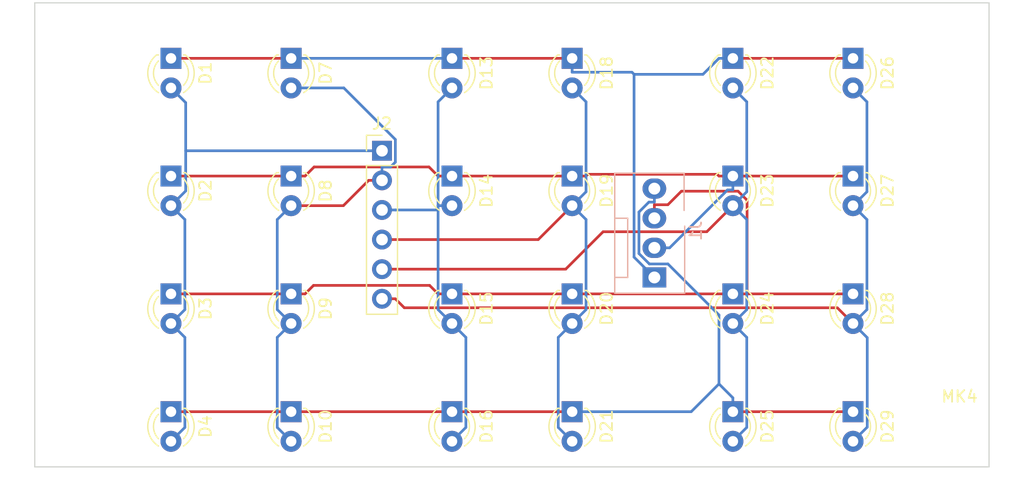
<source format=kicad_pcb>
(kicad_pcb (version 20171130) (host pcbnew "(5.1.5-0-10_14)")

  (general
    (thickness 1.6)
    (drawings 4)
    (tracks 137)
    (zones 0)
    (modules 30)
    (nets 11)
  )

  (page A4)
  (layers
    (0 F.Cu signal)
    (31 B.Cu signal)
    (32 B.Adhes user)
    (33 F.Adhes user)
    (34 B.Paste user)
    (35 F.Paste user)
    (36 B.SilkS user)
    (37 F.SilkS user)
    (38 B.Mask user)
    (39 F.Mask user)
    (40 Dwgs.User user)
    (41 Cmts.User user)
    (42 Eco1.User user)
    (43 Eco2.User user)
    (44 Edge.Cuts user)
    (45 Margin user)
    (46 B.CrtYd user)
    (47 F.CrtYd user)
    (48 B.Fab user)
    (49 F.Fab user)
  )

  (setup
    (last_trace_width 0.2286)
    (trace_clearance 0.1778)
    (zone_clearance 0.508)
    (zone_45_only no)
    (trace_min 0.006)
    (via_size 0.6)
    (via_drill 0.4)
    (via_min_size 0)
    (via_min_drill 0)
    (uvia_size 0.3)
    (uvia_drill 0.1)
    (uvias_allowed no)
    (uvia_min_size 0)
    (uvia_min_drill 0)
    (edge_width 0.1)
    (segment_width 0.2)
    (pcb_text_width 0.3)
    (pcb_text_size 1.5 1.5)
    (mod_edge_width 0.15)
    (mod_text_size 1 1)
    (mod_text_width 0.15)
    (pad_size 1.5 1.5)
    (pad_drill 0.6)
    (pad_to_mask_clearance 0)
    (aux_axis_origin 106.6038 109.9312)
    (visible_elements 7FFFFFFF)
    (pcbplotparams
      (layerselection 0x010fc_ffffffff)
      (usegerberextensions false)
      (usegerberattributes false)
      (usegerberadvancedattributes false)
      (creategerberjobfile false)
      (excludeedgelayer true)
      (linewidth 0.100000)
      (plotframeref false)
      (viasonmask false)
      (mode 1)
      (useauxorigin false)
      (hpglpennumber 1)
      (hpglpenspeed 20)
      (hpglpendiameter 15.000000)
      (psnegative false)
      (psa4output false)
      (plotreference true)
      (plotvalue true)
      (plotinvisibletext false)
      (padsonsilk false)
      (subtractmaskfromsilk false)
      (outputformat 1)
      (mirror false)
      (drillshape 0)
      (scaleselection 1)
      (outputdirectory "manufacturing/"))
  )

  (net 0 "")
  (net 1 /Dig0)
  (net 2 /SegDP)
  (net 3 /Dig1)
  (net 4 /Dig2)
  (net 5 /Dig3)
  (net 6 /SegA)
  (net 7 /SegB)
  (net 8 /SegC)
  (net 9 /SegD)
  (net 10 /SegE)

  (net_class Default "This is the default net class."
    (clearance 0.1778)
    (trace_width 0.2286)
    (via_dia 0.6)
    (via_drill 0.4)
    (uvia_dia 0.3)
    (uvia_drill 0.1)
  )

  (net_class control ""
    (clearance 0.1778)
    (trace_width 0.2286)
    (via_dia 0.6)
    (via_drill 0.4)
    (uvia_dia 0.3)
    (uvia_drill 0.1)
    (add_net /Dig0)
    (add_net /Dig1)
    (add_net /Dig2)
    (add_net /Dig3)
    (add_net /SegA)
    (add_net /SegB)
    (add_net /SegC)
    (add_net /SegD)
    (add_net /SegDP)
    (add_net /SegE)
  )

  (net_class pwr12v ""
    (clearance 0.2032)
    (trace_width 0.762)
    (via_dia 0.6)
    (via_drill 0.4)
    (uvia_dia 0.3)
    (uvia_drill 0.1)
  )

  (net_class pwr3.3v ""
    (clearance 0.2032)
    (trace_width 0.3048)
    (via_dia 0.6)
    (via_drill 0.4)
    (uvia_dia 0.3)
    (uvia_drill 0.1)
  )

  (net_class pwr5.5v ""
    (clearance 0.2032)
    (trace_width 0.2286)
    (via_dia 0.6)
    (via_drill 0.4)
    (uvia_dia 0.3)
    (uvia_drill 0.1)
  )

  (net_class signal ""
    (clearance 0.1778)
    (trace_width 0.1524)
    (via_dia 0.6)
    (via_drill 0.4)
    (uvia_dia 0.3)
    (uvia_drill 0.1)
  )

  (module Connector_PinHeader_2.54mm:PinHeader_1x06_P2.54mm_Vertical (layer F.Cu) (tedit 59FED5CC) (tstamp 5EE21C86)
    (at 136.44 82.76)
    (descr "Through hole straight pin header, 1x06, 2.54mm pitch, single row")
    (tags "Through hole pin header THT 1x06 2.54mm single row")
    (path /5EE4016B)
    (fp_text reference J2 (at 0 -2.33) (layer F.SilkS)
      (effects (font (size 1 1) (thickness 0.15)))
    )
    (fp_text value PWR (at 0 15.03) (layer F.Fab)
      (effects (font (size 1 1) (thickness 0.15)))
    )
    (fp_text user %R (at 0 6.35 90) (layer F.Fab)
      (effects (font (size 1 1) (thickness 0.15)))
    )
    (fp_line (start 1.8 -1.8) (end -1.8 -1.8) (layer F.CrtYd) (width 0.05))
    (fp_line (start 1.8 14.5) (end 1.8 -1.8) (layer F.CrtYd) (width 0.05))
    (fp_line (start -1.8 14.5) (end 1.8 14.5) (layer F.CrtYd) (width 0.05))
    (fp_line (start -1.8 -1.8) (end -1.8 14.5) (layer F.CrtYd) (width 0.05))
    (fp_line (start -1.33 -1.33) (end 0 -1.33) (layer F.SilkS) (width 0.12))
    (fp_line (start -1.33 0) (end -1.33 -1.33) (layer F.SilkS) (width 0.12))
    (fp_line (start -1.33 1.27) (end 1.33 1.27) (layer F.SilkS) (width 0.12))
    (fp_line (start 1.33 1.27) (end 1.33 14.03) (layer F.SilkS) (width 0.12))
    (fp_line (start -1.33 1.27) (end -1.33 14.03) (layer F.SilkS) (width 0.12))
    (fp_line (start -1.33 14.03) (end 1.33 14.03) (layer F.SilkS) (width 0.12))
    (fp_line (start -1.27 -0.635) (end -0.635 -1.27) (layer F.Fab) (width 0.1))
    (fp_line (start -1.27 13.97) (end -1.27 -0.635) (layer F.Fab) (width 0.1))
    (fp_line (start 1.27 13.97) (end -1.27 13.97) (layer F.Fab) (width 0.1))
    (fp_line (start 1.27 -1.27) (end 1.27 13.97) (layer F.Fab) (width 0.1))
    (fp_line (start -0.635 -1.27) (end 1.27 -1.27) (layer F.Fab) (width 0.1))
    (pad 6 thru_hole oval (at 0 12.7) (size 1.7 1.7) (drill 1) (layers *.Cu *.Mask)
      (net 10 /SegE))
    (pad 5 thru_hole oval (at 0 10.16) (size 1.7 1.7) (drill 1) (layers *.Cu *.Mask)
      (net 9 /SegD))
    (pad 4 thru_hole oval (at 0 7.62) (size 1.7 1.7) (drill 1) (layers *.Cu *.Mask)
      (net 8 /SegC))
    (pad 3 thru_hole oval (at 0 5.08) (size 1.7 1.7) (drill 1) (layers *.Cu *.Mask)
      (net 7 /SegB))
    (pad 2 thru_hole oval (at 0 2.54) (size 1.7 1.7) (drill 1) (layers *.Cu *.Mask)
      (net 6 /SegA))
    (pad 1 thru_hole rect (at 0 0) (size 1.7 1.7) (drill 1) (layers *.Cu *.Mask)
      (net 2 /SegDP))
    (model ${KISYS3DMOD}/Connector_PinHeader_2.54mm.3dshapes/PinHeader_1x06_P2.54mm_Vertical.wrl
      (at (xyz 0 0 0))
      (scale (xyz 1 1 1))
      (rotate (xyz 0 0 0))
    )
  )

  (module Connector:FanPinHeader_1x04_P2.54mm_Vertical (layer B.Cu) (tedit 5A19DE55) (tstamp 5A8BB1B9)
    (at 159.81 93.63 90)
    (descr "4-pin CPU fan Through hole pin header, e.g. for Wieson part number 2366C888-007 Molex 47053-1000, Foxconn HF27040-M1, Tyco 1470947-1 or equivalent, see http://www.formfactors.org/developer%5Cspecs%5Crev1_2_public.pdf")
    (tags "pin header 4-pin CPU fan")
    (path /5A446184)
    (fp_text reference J1 (at 4 3.55 90) (layer B.SilkS)
      (effects (font (size 1 1) (thickness 0.15)) (justify mirror))
    )
    (fp_text value PWR (at 4.05 -4.35 90) (layer B.Fab)
      (effects (font (size 1 1) (thickness 0.15)) (justify mirror))
    )
    (fp_line (start 9.35 3.2) (end 9.35 -3.8) (layer B.CrtYd) (width 0.05))
    (fp_line (start 9.35 3.2) (end -1.75 3.2) (layer B.CrtYd) (width 0.05))
    (fp_line (start -1.75 -3.8) (end 9.35 -3.8) (layer B.CrtYd) (width 0.05))
    (fp_line (start -1.75 -3.8) (end -1.75 3.2) (layer B.CrtYd) (width 0.05))
    (fp_line (start 5.08 -2.29) (end 5.08 -3.3) (layer B.SilkS) (width 0.12))
    (fp_line (start 0 -2.29) (end 5.08 -2.29) (layer B.SilkS) (width 0.12))
    (fp_line (start 0 -3.3) (end 0 -2.29) (layer B.SilkS) (width 0.12))
    (fp_line (start -1.25 2.5) (end 4.4 2.5) (layer B.Fab) (width 0.1))
    (fp_line (start -1.25 -3.3) (end -1.25 2.5) (layer B.Fab) (width 0.1))
    (fp_line (start -1.2 -3.3) (end -1.25 -3.3) (layer B.Fab) (width 0.1))
    (fp_line (start 8.85 -3.3) (end -1.2 -3.3) (layer B.Fab) (width 0.1))
    (fp_line (start 8.85 2.5) (end 8.85 -3.3) (layer B.Fab) (width 0.1))
    (fp_line (start 5.75 2.5) (end 8.85 2.5) (layer B.Fab) (width 0.1))
    (fp_line (start 0 -2.3) (end 0 -3.3) (layer B.Fab) (width 0.1))
    (fp_line (start 5.1 -2.3) (end 0 -2.3) (layer B.Fab) (width 0.1))
    (fp_line (start 5.1 -3.3) (end 5.1 -2.3) (layer B.Fab) (width 0.1))
    (fp_line (start -1.35 -3.4) (end -1.35 2.6) (layer B.SilkS) (width 0.12))
    (fp_line (start 8.95 -3.4) (end -1.35 -3.4) (layer B.SilkS) (width 0.12))
    (fp_line (start 8.95 2.55) (end 8.95 -3.4) (layer B.SilkS) (width 0.12))
    (fp_line (start 5.75 2.55) (end 8.95 2.55) (layer B.SilkS) (width 0.12))
    (fp_line (start -1.35 2.6) (end 4.4 2.6) (layer B.SilkS) (width 0.12))
    (fp_text user %R (at 1.85 1.75 90) (layer B.Fab)
      (effects (font (size 1 1) (thickness 0.15)) (justify mirror))
    )
    (pad "" np_thru_hole circle (at 5.08 2.16) (size 1.1 1.1) (drill 1.1) (layers *.Cu *.Mask))
    (pad 4 thru_hole oval (at 7.62 0) (size 2.03 1.73) (drill 1.02) (layers *.Cu *.Mask)
      (net 5 /Dig3))
    (pad 3 thru_hole oval (at 5.08 0) (size 2.03 1.73) (drill 1.02) (layers *.Cu *.Mask)
      (net 4 /Dig2))
    (pad 2 thru_hole oval (at 2.54 0) (size 2.03 1.73) (drill 1.02) (layers *.Cu *.Mask)
      (net 3 /Dig1))
    (pad 1 thru_hole rect (at 0 0) (size 2.03 1.73) (drill 1.02) (layers *.Cu *.Mask)
      (net 1 /Dig0))
    (model ${KISYS3DMOD}/Connector.3dshapes/FanPinHeader_1x04_P2.54mm_Vertical.wrl
      (at (xyz 0 0 0))
      (scale (xyz 1 1 1))
      (rotate (xyz 0 0 0))
    )
  )

  (module LED_THT:LED_D3.0mm_FlatTop locked (layer F.Cu) (tedit 5880A862) (tstamp 5A8BB163)
    (at 176.855 105.15 270)
    (descr "LED, Round, FlatTop, diameter 3.0mm, 2 pins, http://www.kingbright.com/attachments/file/psearch/000/00/00/L-47XEC(Ver.9A).pdf")
    (tags "LED Round FlatTop diameter 3.0mm 2 pins")
    (path /5A8C06EC)
    (fp_text reference D29 (at 1.27 -2.96 90) (layer F.SilkS)
      (effects (font (size 1 1) (thickness 0.15)))
    )
    (fp_text value 3,5 (at 1.27 2.96 90) (layer F.Fab)
      (effects (font (size 1 1) (thickness 0.15)))
    )
    (fp_line (start 3.7 -2.25) (end -1.15 -2.25) (layer F.CrtYd) (width 0.05))
    (fp_line (start 3.7 2.25) (end 3.7 -2.25) (layer F.CrtYd) (width 0.05))
    (fp_line (start -1.15 2.25) (end 3.7 2.25) (layer F.CrtYd) (width 0.05))
    (fp_line (start -1.15 -2.25) (end -1.15 2.25) (layer F.CrtYd) (width 0.05))
    (fp_line (start -0.29 1.08) (end -0.29 1.236) (layer F.SilkS) (width 0.12))
    (fp_line (start -0.29 -1.236) (end -0.29 -1.08) (layer F.SilkS) (width 0.12))
    (fp_line (start -0.23 -1.16619) (end -0.23 1.16619) (layer F.Fab) (width 0.1))
    (fp_circle (center 1.27 0) (end 2.77 0) (layer F.Fab) (width 0.1))
    (fp_arc (start 1.27 0) (end 0.229039 1.08) (angle -87.9) (layer F.SilkS) (width 0.12))
    (fp_arc (start 1.27 0) (end 0.229039 -1.08) (angle 87.9) (layer F.SilkS) (width 0.12))
    (fp_arc (start 1.27 0) (end -0.29 1.235516) (angle -108.8) (layer F.SilkS) (width 0.12))
    (fp_arc (start 1.27 0) (end -0.29 -1.235516) (angle 108.8) (layer F.SilkS) (width 0.12))
    (fp_arc (start 1.27 0) (end -0.23 -1.16619) (angle 284.3) (layer F.Fab) (width 0.1))
    (pad 2 thru_hole circle (at 2.54 0 270) (size 1.8 1.8) (drill 0.9) (layers *.Cu *.Mask)
      (net 10 /SegE))
    (pad 1 thru_hole rect (at 0 0 270) (size 1.8 1.8) (drill 0.9) (layers *.Cu *.Mask)
      (net 5 /Dig3))
    (model ${KISYS3DMOD}/LED_THT.3dshapes/LED_D3.0mm_FlatTop.wrl
      (at (xyz 0 0 0))
      (scale (xyz 1 1 1))
      (rotate (xyz 0 0 0))
    )
  )

  (module LED_THT:LED_D3.0mm_FlatTop locked (layer F.Cu) (tedit 5880A862) (tstamp 5A8BB14E)
    (at 176.855 95.0404 270)
    (descr "LED, Round, FlatTop, diameter 3.0mm, 2 pins, http://www.kingbright.com/attachments/file/psearch/000/00/00/L-47XEC(Ver.9A).pdf")
    (tags "LED Round FlatTop diameter 3.0mm 2 pins")
    (path /5A44AF89)
    (fp_text reference D28 (at 1.27 -2.96 90) (layer F.SilkS)
      (effects (font (size 1 1) (thickness 0.15)))
    )
    (fp_text value 2,5 (at 1.27 2.96 90) (layer F.Fab)
      (effects (font (size 1 1) (thickness 0.15)))
    )
    (fp_line (start 3.7 -2.25) (end -1.15 -2.25) (layer F.CrtYd) (width 0.05))
    (fp_line (start 3.7 2.25) (end 3.7 -2.25) (layer F.CrtYd) (width 0.05))
    (fp_line (start -1.15 2.25) (end 3.7 2.25) (layer F.CrtYd) (width 0.05))
    (fp_line (start -1.15 -2.25) (end -1.15 2.25) (layer F.CrtYd) (width 0.05))
    (fp_line (start -0.29 1.08) (end -0.29 1.236) (layer F.SilkS) (width 0.12))
    (fp_line (start -0.29 -1.236) (end -0.29 -1.08) (layer F.SilkS) (width 0.12))
    (fp_line (start -0.23 -1.16619) (end -0.23 1.16619) (layer F.Fab) (width 0.1))
    (fp_circle (center 1.27 0) (end 2.77 0) (layer F.Fab) (width 0.1))
    (fp_arc (start 1.27 0) (end 0.229039 1.08) (angle -87.9) (layer F.SilkS) (width 0.12))
    (fp_arc (start 1.27 0) (end 0.229039 -1.08) (angle 87.9) (layer F.SilkS) (width 0.12))
    (fp_arc (start 1.27 0) (end -0.29 1.235516) (angle -108.8) (layer F.SilkS) (width 0.12))
    (fp_arc (start 1.27 0) (end -0.29 -1.235516) (angle 108.8) (layer F.SilkS) (width 0.12))
    (fp_arc (start 1.27 0) (end -0.23 -1.16619) (angle 284.3) (layer F.Fab) (width 0.1))
    (pad 2 thru_hole circle (at 2.54 0 270) (size 1.8 1.8) (drill 0.9) (layers *.Cu *.Mask)
      (net 10 /SegE))
    (pad 1 thru_hole rect (at 0 0 270) (size 1.8 1.8) (drill 0.9) (layers *.Cu *.Mask)
      (net 4 /Dig2))
    (model ${KISYS3DMOD}/LED_THT.3dshapes/LED_D3.0mm_FlatTop.wrl
      (at (xyz 0 0 0))
      (scale (xyz 1 1 1))
      (rotate (xyz 0 0 0))
    )
  )

  (module LED_THT:LED_D3.0mm_FlatTop locked (layer F.Cu) (tedit 5880A862) (tstamp 5A8BB139)
    (at 176.855 84.9304 270)
    (descr "LED, Round, FlatTop, diameter 3.0mm, 2 pins, http://www.kingbright.com/attachments/file/psearch/000/00/00/L-47XEC(Ver.9A).pdf")
    (tags "LED Round FlatTop diameter 3.0mm 2 pins")
    (path /5A44AF6D)
    (fp_text reference D27 (at 1.27 -2.96 90) (layer F.SilkS)
      (effects (font (size 1 1) (thickness 0.15)))
    )
    (fp_text value 1.5 (at 1.27 2.96 90) (layer F.Fab)
      (effects (font (size 1 1) (thickness 0.15)))
    )
    (fp_line (start 3.7 -2.25) (end -1.15 -2.25) (layer F.CrtYd) (width 0.05))
    (fp_line (start 3.7 2.25) (end 3.7 -2.25) (layer F.CrtYd) (width 0.05))
    (fp_line (start -1.15 2.25) (end 3.7 2.25) (layer F.CrtYd) (width 0.05))
    (fp_line (start -1.15 -2.25) (end -1.15 2.25) (layer F.CrtYd) (width 0.05))
    (fp_line (start -0.29 1.08) (end -0.29 1.236) (layer F.SilkS) (width 0.12))
    (fp_line (start -0.29 -1.236) (end -0.29 -1.08) (layer F.SilkS) (width 0.12))
    (fp_line (start -0.23 -1.16619) (end -0.23 1.16619) (layer F.Fab) (width 0.1))
    (fp_circle (center 1.27 0) (end 2.77 0) (layer F.Fab) (width 0.1))
    (fp_arc (start 1.27 0) (end 0.229039 1.08) (angle -87.9) (layer F.SilkS) (width 0.12))
    (fp_arc (start 1.27 0) (end 0.229039 -1.08) (angle 87.9) (layer F.SilkS) (width 0.12))
    (fp_arc (start 1.27 0) (end -0.29 1.235516) (angle -108.8) (layer F.SilkS) (width 0.12))
    (fp_arc (start 1.27 0) (end -0.29 -1.235516) (angle 108.8) (layer F.SilkS) (width 0.12))
    (fp_arc (start 1.27 0) (end -0.23 -1.16619) (angle 284.3) (layer F.Fab) (width 0.1))
    (pad 2 thru_hole circle (at 2.54 0 270) (size 1.8 1.8) (drill 0.9) (layers *.Cu *.Mask)
      (net 10 /SegE))
    (pad 1 thru_hole rect (at 0 0 270) (size 1.8 1.8) (drill 0.9) (layers *.Cu *.Mask)
      (net 3 /Dig1))
    (model ${KISYS3DMOD}/LED_THT.3dshapes/LED_D3.0mm_FlatTop.wrl
      (at (xyz 0 0 0))
      (scale (xyz 1 1 1))
      (rotate (xyz 0 0 0))
    )
  )

  (module LED_THT:LED_D3.0mm_FlatTop locked (layer F.Cu) (tedit 5880A862) (tstamp 5A8BB124)
    (at 176.855 74.8304 270)
    (descr "LED, Round, FlatTop, diameter 3.0mm, 2 pins, http://www.kingbright.com/attachments/file/psearch/000/00/00/L-47XEC(Ver.9A).pdf")
    (tags "LED Round FlatTop diameter 3.0mm 2 pins")
    (path /5A8C05CD)
    (fp_text reference D26 (at 1.27 -2.96 90) (layer F.SilkS)
      (effects (font (size 1 1) (thickness 0.15)))
    )
    (fp_text value 0.5 (at 1.27 2.96 90) (layer F.Fab)
      (effects (font (size 1 1) (thickness 0.15)))
    )
    (fp_line (start 3.7 -2.25) (end -1.15 -2.25) (layer F.CrtYd) (width 0.05))
    (fp_line (start 3.7 2.25) (end 3.7 -2.25) (layer F.CrtYd) (width 0.05))
    (fp_line (start -1.15 2.25) (end 3.7 2.25) (layer F.CrtYd) (width 0.05))
    (fp_line (start -1.15 -2.25) (end -1.15 2.25) (layer F.CrtYd) (width 0.05))
    (fp_line (start -0.29 1.08) (end -0.29 1.236) (layer F.SilkS) (width 0.12))
    (fp_line (start -0.29 -1.236) (end -0.29 -1.08) (layer F.SilkS) (width 0.12))
    (fp_line (start -0.23 -1.16619) (end -0.23 1.16619) (layer F.Fab) (width 0.1))
    (fp_circle (center 1.27 0) (end 2.77 0) (layer F.Fab) (width 0.1))
    (fp_arc (start 1.27 0) (end 0.229039 1.08) (angle -87.9) (layer F.SilkS) (width 0.12))
    (fp_arc (start 1.27 0) (end 0.229039 -1.08) (angle 87.9) (layer F.SilkS) (width 0.12))
    (fp_arc (start 1.27 0) (end -0.29 1.235516) (angle -108.8) (layer F.SilkS) (width 0.12))
    (fp_arc (start 1.27 0) (end -0.29 -1.235516) (angle 108.8) (layer F.SilkS) (width 0.12))
    (fp_arc (start 1.27 0) (end -0.23 -1.16619) (angle 284.3) (layer F.Fab) (width 0.1))
    (pad 2 thru_hole circle (at 2.54 0 270) (size 1.8 1.8) (drill 0.9) (layers *.Cu *.Mask)
      (net 10 /SegE))
    (pad 1 thru_hole rect (at 0 0 270) (size 1.8 1.8) (drill 0.9) (layers *.Cu *.Mask)
      (net 1 /Dig0))
    (model ${KISYS3DMOD}/LED_THT.3dshapes/LED_D3.0mm_FlatTop.wrl
      (at (xyz 0 0 0))
      (scale (xyz 1 1 1))
      (rotate (xyz 0 0 0))
    )
  )

  (module LED_THT:LED_D3.0mm_FlatTop locked (layer F.Cu) (tedit 5880A862) (tstamp 5A8BB10F)
    (at 166.545 105.15 270)
    (descr "LED, Round, FlatTop, diameter 3.0mm, 2 pins, http://www.kingbright.com/attachments/file/psearch/000/00/00/L-47XEC(Ver.9A).pdf")
    (tags "LED Round FlatTop diameter 3.0mm 2 pins")
    (path /5A8C065B)
    (fp_text reference D25 (at 1.27 -2.96 90) (layer F.SilkS)
      (effects (font (size 1 1) (thickness 0.15)))
    )
    (fp_text value 3,4 (at 1.27 2.96 90) (layer F.Fab)
      (effects (font (size 1 1) (thickness 0.15)))
    )
    (fp_line (start 3.7 -2.25) (end -1.15 -2.25) (layer F.CrtYd) (width 0.05))
    (fp_line (start 3.7 2.25) (end 3.7 -2.25) (layer F.CrtYd) (width 0.05))
    (fp_line (start -1.15 2.25) (end 3.7 2.25) (layer F.CrtYd) (width 0.05))
    (fp_line (start -1.15 -2.25) (end -1.15 2.25) (layer F.CrtYd) (width 0.05))
    (fp_line (start -0.29 1.08) (end -0.29 1.236) (layer F.SilkS) (width 0.12))
    (fp_line (start -0.29 -1.236) (end -0.29 -1.08) (layer F.SilkS) (width 0.12))
    (fp_line (start -0.23 -1.16619) (end -0.23 1.16619) (layer F.Fab) (width 0.1))
    (fp_circle (center 1.27 0) (end 2.77 0) (layer F.Fab) (width 0.1))
    (fp_arc (start 1.27 0) (end 0.229039 1.08) (angle -87.9) (layer F.SilkS) (width 0.12))
    (fp_arc (start 1.27 0) (end 0.229039 -1.08) (angle 87.9) (layer F.SilkS) (width 0.12))
    (fp_arc (start 1.27 0) (end -0.29 1.235516) (angle -108.8) (layer F.SilkS) (width 0.12))
    (fp_arc (start 1.27 0) (end -0.29 -1.235516) (angle 108.8) (layer F.SilkS) (width 0.12))
    (fp_arc (start 1.27 0) (end -0.23 -1.16619) (angle 284.3) (layer F.Fab) (width 0.1))
    (pad 2 thru_hole circle (at 2.54 0 270) (size 1.8 1.8) (drill 0.9) (layers *.Cu *.Mask)
      (net 9 /SegD))
    (pad 1 thru_hole rect (at 0 0 270) (size 1.8 1.8) (drill 0.9) (layers *.Cu *.Mask)
      (net 5 /Dig3))
    (model ${KISYS3DMOD}/LED_THT.3dshapes/LED_D3.0mm_FlatTop.wrl
      (at (xyz 0 0 0))
      (scale (xyz 1 1 1))
      (rotate (xyz 0 0 0))
    )
  )

  (module LED_THT:LED_D3.0mm_FlatTop locked (layer F.Cu) (tedit 5880A862) (tstamp 5A8BB0FA)
    (at 166.545 95.0404 270)
    (descr "LED, Round, FlatTop, diameter 3.0mm, 2 pins, http://www.kingbright.com/attachments/file/psearch/000/00/00/L-47XEC(Ver.9A).pdf")
    (tags "LED Round FlatTop diameter 3.0mm 2 pins")
    (path /5A44AF82)
    (fp_text reference D24 (at 1.27 -2.96 90) (layer F.SilkS)
      (effects (font (size 1 1) (thickness 0.15)))
    )
    (fp_text value 2,4 (at 1.27 2.96 90) (layer F.Fab)
      (effects (font (size 1 1) (thickness 0.15)))
    )
    (fp_line (start 3.7 -2.25) (end -1.15 -2.25) (layer F.CrtYd) (width 0.05))
    (fp_line (start 3.7 2.25) (end 3.7 -2.25) (layer F.CrtYd) (width 0.05))
    (fp_line (start -1.15 2.25) (end 3.7 2.25) (layer F.CrtYd) (width 0.05))
    (fp_line (start -1.15 -2.25) (end -1.15 2.25) (layer F.CrtYd) (width 0.05))
    (fp_line (start -0.29 1.08) (end -0.29 1.236) (layer F.SilkS) (width 0.12))
    (fp_line (start -0.29 -1.236) (end -0.29 -1.08) (layer F.SilkS) (width 0.12))
    (fp_line (start -0.23 -1.16619) (end -0.23 1.16619) (layer F.Fab) (width 0.1))
    (fp_circle (center 1.27 0) (end 2.77 0) (layer F.Fab) (width 0.1))
    (fp_arc (start 1.27 0) (end 0.229039 1.08) (angle -87.9) (layer F.SilkS) (width 0.12))
    (fp_arc (start 1.27 0) (end 0.229039 -1.08) (angle 87.9) (layer F.SilkS) (width 0.12))
    (fp_arc (start 1.27 0) (end -0.29 1.235516) (angle -108.8) (layer F.SilkS) (width 0.12))
    (fp_arc (start 1.27 0) (end -0.29 -1.235516) (angle 108.8) (layer F.SilkS) (width 0.12))
    (fp_arc (start 1.27 0) (end -0.23 -1.16619) (angle 284.3) (layer F.Fab) (width 0.1))
    (pad 2 thru_hole circle (at 2.54 0 270) (size 1.8 1.8) (drill 0.9) (layers *.Cu *.Mask)
      (net 9 /SegD))
    (pad 1 thru_hole rect (at 0 0 270) (size 1.8 1.8) (drill 0.9) (layers *.Cu *.Mask)
      (net 4 /Dig2))
    (model ${KISYS3DMOD}/LED_THT.3dshapes/LED_D3.0mm_FlatTop.wrl
      (at (xyz 0 0 0))
      (scale (xyz 1 1 1))
      (rotate (xyz 0 0 0))
    )
  )

  (module LED_THT:LED_D3.0mm_FlatTop locked (layer F.Cu) (tedit 5880A862) (tstamp 5A8BB0E5)
    (at 166.545 84.9304 270)
    (descr "LED, Round, FlatTop, diameter 3.0mm, 2 pins, http://www.kingbright.com/attachments/file/psearch/000/00/00/L-47XEC(Ver.9A).pdf")
    (tags "LED Round FlatTop diameter 3.0mm 2 pins")
    (path /5A44AF66)
    (fp_text reference D23 (at 1.27 -2.96 90) (layer F.SilkS)
      (effects (font (size 1 1) (thickness 0.15)))
    )
    (fp_text value 1.4 (at 1.27 2.96 90) (layer F.Fab)
      (effects (font (size 1 1) (thickness 0.15)))
    )
    (fp_line (start 3.7 -2.25) (end -1.15 -2.25) (layer F.CrtYd) (width 0.05))
    (fp_line (start 3.7 2.25) (end 3.7 -2.25) (layer F.CrtYd) (width 0.05))
    (fp_line (start -1.15 2.25) (end 3.7 2.25) (layer F.CrtYd) (width 0.05))
    (fp_line (start -1.15 -2.25) (end -1.15 2.25) (layer F.CrtYd) (width 0.05))
    (fp_line (start -0.29 1.08) (end -0.29 1.236) (layer F.SilkS) (width 0.12))
    (fp_line (start -0.29 -1.236) (end -0.29 -1.08) (layer F.SilkS) (width 0.12))
    (fp_line (start -0.23 -1.16619) (end -0.23 1.16619) (layer F.Fab) (width 0.1))
    (fp_circle (center 1.27 0) (end 2.77 0) (layer F.Fab) (width 0.1))
    (fp_arc (start 1.27 0) (end 0.229039 1.08) (angle -87.9) (layer F.SilkS) (width 0.12))
    (fp_arc (start 1.27 0) (end 0.229039 -1.08) (angle 87.9) (layer F.SilkS) (width 0.12))
    (fp_arc (start 1.27 0) (end -0.29 1.235516) (angle -108.8) (layer F.SilkS) (width 0.12))
    (fp_arc (start 1.27 0) (end -0.29 -1.235516) (angle 108.8) (layer F.SilkS) (width 0.12))
    (fp_arc (start 1.27 0) (end -0.23 -1.16619) (angle 284.3) (layer F.Fab) (width 0.1))
    (pad 2 thru_hole circle (at 2.54 0 270) (size 1.8 1.8) (drill 0.9) (layers *.Cu *.Mask)
      (net 9 /SegD))
    (pad 1 thru_hole rect (at 0 0 270) (size 1.8 1.8) (drill 0.9) (layers *.Cu *.Mask)
      (net 3 /Dig1))
    (model ${KISYS3DMOD}/LED_THT.3dshapes/LED_D3.0mm_FlatTop.wrl
      (at (xyz 0 0 0))
      (scale (xyz 1 1 1))
      (rotate (xyz 0 0 0))
    )
  )

  (module LED_THT:LED_D3.0mm_FlatTop locked (layer F.Cu) (tedit 5880A862) (tstamp 5A8BB0D0)
    (at 166.545 74.8304 270)
    (descr "LED, Round, FlatTop, diameter 3.0mm, 2 pins, http://www.kingbright.com/attachments/file/psearch/000/00/00/L-47XEC(Ver.9A).pdf")
    (tags "LED Round FlatTop diameter 3.0mm 2 pins")
    (path /5A8C0540)
    (fp_text reference D22 (at 1.27 -2.96 90) (layer F.SilkS)
      (effects (font (size 1 1) (thickness 0.15)))
    )
    (fp_text value 0.4 (at 1.27 2.96 90) (layer F.Fab)
      (effects (font (size 1 1) (thickness 0.15)))
    )
    (fp_line (start 3.7 -2.25) (end -1.15 -2.25) (layer F.CrtYd) (width 0.05))
    (fp_line (start 3.7 2.25) (end 3.7 -2.25) (layer F.CrtYd) (width 0.05))
    (fp_line (start -1.15 2.25) (end 3.7 2.25) (layer F.CrtYd) (width 0.05))
    (fp_line (start -1.15 -2.25) (end -1.15 2.25) (layer F.CrtYd) (width 0.05))
    (fp_line (start -0.29 1.08) (end -0.29 1.236) (layer F.SilkS) (width 0.12))
    (fp_line (start -0.29 -1.236) (end -0.29 -1.08) (layer F.SilkS) (width 0.12))
    (fp_line (start -0.23 -1.16619) (end -0.23 1.16619) (layer F.Fab) (width 0.1))
    (fp_circle (center 1.27 0) (end 2.77 0) (layer F.Fab) (width 0.1))
    (fp_arc (start 1.27 0) (end 0.229039 1.08) (angle -87.9) (layer F.SilkS) (width 0.12))
    (fp_arc (start 1.27 0) (end 0.229039 -1.08) (angle 87.9) (layer F.SilkS) (width 0.12))
    (fp_arc (start 1.27 0) (end -0.29 1.235516) (angle -108.8) (layer F.SilkS) (width 0.12))
    (fp_arc (start 1.27 0) (end -0.29 -1.235516) (angle 108.8) (layer F.SilkS) (width 0.12))
    (fp_arc (start 1.27 0) (end -0.23 -1.16619) (angle 284.3) (layer F.Fab) (width 0.1))
    (pad 2 thru_hole circle (at 2.54 0 270) (size 1.8 1.8) (drill 0.9) (layers *.Cu *.Mask)
      (net 9 /SegD))
    (pad 1 thru_hole rect (at 0 0 270) (size 1.8 1.8) (drill 0.9) (layers *.Cu *.Mask)
      (net 1 /Dig0))
    (model ${KISYS3DMOD}/LED_THT.3dshapes/LED_D3.0mm_FlatTop.wrl
      (at (xyz 0 0 0))
      (scale (xyz 1 1 1))
      (rotate (xyz 0 0 0))
    )
  )

  (module LED_THT:LED_D3.0mm_FlatTop locked (layer F.Cu) (tedit 5880A862) (tstamp 5A8BB0BB)
    (at 152.755 105.15 270)
    (descr "LED, Round, FlatTop, diameter 3.0mm, 2 pins, http://www.kingbright.com/attachments/file/psearch/000/00/00/L-47XEC(Ver.9A).pdf")
    (tags "LED Round FlatTop diameter 3.0mm 2 pins")
    (path /5A44A833)
    (fp_text reference D21 (at 1.27 -2.96 90) (layer F.SilkS)
      (effects (font (size 1 1) (thickness 0.15)))
    )
    (fp_text value 3,3 (at 1.27 2.96 90) (layer F.Fab)
      (effects (font (size 1 1) (thickness 0.15)))
    )
    (fp_line (start 3.7 -2.25) (end -1.15 -2.25) (layer F.CrtYd) (width 0.05))
    (fp_line (start 3.7 2.25) (end 3.7 -2.25) (layer F.CrtYd) (width 0.05))
    (fp_line (start -1.15 2.25) (end 3.7 2.25) (layer F.CrtYd) (width 0.05))
    (fp_line (start -1.15 -2.25) (end -1.15 2.25) (layer F.CrtYd) (width 0.05))
    (fp_line (start -0.29 1.08) (end -0.29 1.236) (layer F.SilkS) (width 0.12))
    (fp_line (start -0.29 -1.236) (end -0.29 -1.08) (layer F.SilkS) (width 0.12))
    (fp_line (start -0.23 -1.16619) (end -0.23 1.16619) (layer F.Fab) (width 0.1))
    (fp_circle (center 1.27 0) (end 2.77 0) (layer F.Fab) (width 0.1))
    (fp_arc (start 1.27 0) (end 0.229039 1.08) (angle -87.9) (layer F.SilkS) (width 0.12))
    (fp_arc (start 1.27 0) (end 0.229039 -1.08) (angle 87.9) (layer F.SilkS) (width 0.12))
    (fp_arc (start 1.27 0) (end -0.29 1.235516) (angle -108.8) (layer F.SilkS) (width 0.12))
    (fp_arc (start 1.27 0) (end -0.29 -1.235516) (angle 108.8) (layer F.SilkS) (width 0.12))
    (fp_arc (start 1.27 0) (end -0.23 -1.16619) (angle 284.3) (layer F.Fab) (width 0.1))
    (pad 2 thru_hole circle (at 2.54 0 270) (size 1.8 1.8) (drill 0.9) (layers *.Cu *.Mask)
      (net 8 /SegC))
    (pad 1 thru_hole rect (at 0 0 270) (size 1.8 1.8) (drill 0.9) (layers *.Cu *.Mask)
      (net 5 /Dig3))
    (model ${KISYS3DMOD}/LED_THT.3dshapes/LED_D3.0mm_FlatTop.wrl
      (at (xyz 0 0 0))
      (scale (xyz 1 1 1))
      (rotate (xyz 0 0 0))
    )
  )

  (module LED_THT:LED_D3.0mm_FlatTop locked (layer F.Cu) (tedit 5880A862) (tstamp 5A8BB0A6)
    (at 152.755 95.0404 270)
    (descr "LED, Round, FlatTop, diameter 3.0mm, 2 pins, http://www.kingbright.com/attachments/file/psearch/000/00/00/L-47XEC(Ver.9A).pdf")
    (tags "LED Round FlatTop diameter 3.0mm 2 pins")
    (path /5A44A487)
    (fp_text reference D20 (at 1.27 -2.96 90) (layer F.SilkS)
      (effects (font (size 1 1) (thickness 0.15)))
    )
    (fp_text value 2,3 (at 1.27 2.96 90) (layer F.Fab)
      (effects (font (size 1 1) (thickness 0.15)))
    )
    (fp_line (start 3.7 -2.25) (end -1.15 -2.25) (layer F.CrtYd) (width 0.05))
    (fp_line (start 3.7 2.25) (end 3.7 -2.25) (layer F.CrtYd) (width 0.05))
    (fp_line (start -1.15 2.25) (end 3.7 2.25) (layer F.CrtYd) (width 0.05))
    (fp_line (start -1.15 -2.25) (end -1.15 2.25) (layer F.CrtYd) (width 0.05))
    (fp_line (start -0.29 1.08) (end -0.29 1.236) (layer F.SilkS) (width 0.12))
    (fp_line (start -0.29 -1.236) (end -0.29 -1.08) (layer F.SilkS) (width 0.12))
    (fp_line (start -0.23 -1.16619) (end -0.23 1.16619) (layer F.Fab) (width 0.1))
    (fp_circle (center 1.27 0) (end 2.77 0) (layer F.Fab) (width 0.1))
    (fp_arc (start 1.27 0) (end 0.229039 1.08) (angle -87.9) (layer F.SilkS) (width 0.12))
    (fp_arc (start 1.27 0) (end 0.229039 -1.08) (angle 87.9) (layer F.SilkS) (width 0.12))
    (fp_arc (start 1.27 0) (end -0.29 1.235516) (angle -108.8) (layer F.SilkS) (width 0.12))
    (fp_arc (start 1.27 0) (end -0.29 -1.235516) (angle 108.8) (layer F.SilkS) (width 0.12))
    (fp_arc (start 1.27 0) (end -0.23 -1.16619) (angle 284.3) (layer F.Fab) (width 0.1))
    (pad 2 thru_hole circle (at 2.54 0 270) (size 1.8 1.8) (drill 0.9) (layers *.Cu *.Mask)
      (net 8 /SegC))
    (pad 1 thru_hole rect (at 0 0 270) (size 1.8 1.8) (drill 0.9) (layers *.Cu *.Mask)
      (net 4 /Dig2))
    (model ${KISYS3DMOD}/LED_THT.3dshapes/LED_D3.0mm_FlatTop.wrl
      (at (xyz 0 0 0))
      (scale (xyz 1 1 1))
      (rotate (xyz 0 0 0))
    )
  )

  (module LED_THT:LED_D3.0mm_FlatTop locked (layer F.Cu) (tedit 5880A862) (tstamp 5A8BB091)
    (at 152.755 84.9304 270)
    (descr "LED, Round, FlatTop, diameter 3.0mm, 2 pins, http://www.kingbright.com/attachments/file/psearch/000/00/00/L-47XEC(Ver.9A).pdf")
    (tags "LED Round FlatTop diameter 3.0mm 2 pins")
    (path /5A449C03)
    (fp_text reference D19 (at 1.27 -2.96 90) (layer F.SilkS)
      (effects (font (size 1 1) (thickness 0.15)))
    )
    (fp_text value 1.3 (at 1.27 2.96 90) (layer F.Fab)
      (effects (font (size 1 1) (thickness 0.15)))
    )
    (fp_line (start 3.7 -2.25) (end -1.15 -2.25) (layer F.CrtYd) (width 0.05))
    (fp_line (start 3.7 2.25) (end 3.7 -2.25) (layer F.CrtYd) (width 0.05))
    (fp_line (start -1.15 2.25) (end 3.7 2.25) (layer F.CrtYd) (width 0.05))
    (fp_line (start -1.15 -2.25) (end -1.15 2.25) (layer F.CrtYd) (width 0.05))
    (fp_line (start -0.29 1.08) (end -0.29 1.236) (layer F.SilkS) (width 0.12))
    (fp_line (start -0.29 -1.236) (end -0.29 -1.08) (layer F.SilkS) (width 0.12))
    (fp_line (start -0.23 -1.16619) (end -0.23 1.16619) (layer F.Fab) (width 0.1))
    (fp_circle (center 1.27 0) (end 2.77 0) (layer F.Fab) (width 0.1))
    (fp_arc (start 1.27 0) (end 0.229039 1.08) (angle -87.9) (layer F.SilkS) (width 0.12))
    (fp_arc (start 1.27 0) (end 0.229039 -1.08) (angle 87.9) (layer F.SilkS) (width 0.12))
    (fp_arc (start 1.27 0) (end -0.29 1.235516) (angle -108.8) (layer F.SilkS) (width 0.12))
    (fp_arc (start 1.27 0) (end -0.29 -1.235516) (angle 108.8) (layer F.SilkS) (width 0.12))
    (fp_arc (start 1.27 0) (end -0.23 -1.16619) (angle 284.3) (layer F.Fab) (width 0.1))
    (pad 2 thru_hole circle (at 2.54 0 270) (size 1.8 1.8) (drill 0.9) (layers *.Cu *.Mask)
      (net 8 /SegC))
    (pad 1 thru_hole rect (at 0 0 270) (size 1.8 1.8) (drill 0.9) (layers *.Cu *.Mask)
      (net 3 /Dig1))
    (model ${KISYS3DMOD}/LED_THT.3dshapes/LED_D3.0mm_FlatTop.wrl
      (at (xyz 0 0 0))
      (scale (xyz 1 1 1))
      (rotate (xyz 0 0 0))
    )
  )

  (module LED_THT:LED_D3.0mm_FlatTop locked (layer F.Cu) (tedit 5880A862) (tstamp 5A8BB07C)
    (at 152.755 74.8304 270)
    (descr "LED, Round, FlatTop, diameter 3.0mm, 2 pins, http://www.kingbright.com/attachments/file/psearch/000/00/00/L-47XEC(Ver.9A).pdf")
    (tags "LED Round FlatTop diameter 3.0mm 2 pins")
    (path /5A449A1E)
    (fp_text reference D18 (at 1.27 -2.96 90) (layer F.SilkS)
      (effects (font (size 1 1) (thickness 0.15)))
    )
    (fp_text value 0,3 (at 1.27 2.96 90) (layer F.Fab)
      (effects (font (size 1 1) (thickness 0.15)))
    )
    (fp_line (start 3.7 -2.25) (end -1.15 -2.25) (layer F.CrtYd) (width 0.05))
    (fp_line (start 3.7 2.25) (end 3.7 -2.25) (layer F.CrtYd) (width 0.05))
    (fp_line (start -1.15 2.25) (end 3.7 2.25) (layer F.CrtYd) (width 0.05))
    (fp_line (start -1.15 -2.25) (end -1.15 2.25) (layer F.CrtYd) (width 0.05))
    (fp_line (start -0.29 1.08) (end -0.29 1.236) (layer F.SilkS) (width 0.12))
    (fp_line (start -0.29 -1.236) (end -0.29 -1.08) (layer F.SilkS) (width 0.12))
    (fp_line (start -0.23 -1.16619) (end -0.23 1.16619) (layer F.Fab) (width 0.1))
    (fp_circle (center 1.27 0) (end 2.77 0) (layer F.Fab) (width 0.1))
    (fp_arc (start 1.27 0) (end 0.229039 1.08) (angle -87.9) (layer F.SilkS) (width 0.12))
    (fp_arc (start 1.27 0) (end 0.229039 -1.08) (angle 87.9) (layer F.SilkS) (width 0.12))
    (fp_arc (start 1.27 0) (end -0.29 1.235516) (angle -108.8) (layer F.SilkS) (width 0.12))
    (fp_arc (start 1.27 0) (end -0.29 -1.235516) (angle 108.8) (layer F.SilkS) (width 0.12))
    (fp_arc (start 1.27 0) (end -0.23 -1.16619) (angle 284.3) (layer F.Fab) (width 0.1))
    (pad 2 thru_hole circle (at 2.54 0 270) (size 1.8 1.8) (drill 0.9) (layers *.Cu *.Mask)
      (net 8 /SegC))
    (pad 1 thru_hole rect (at 0 0 270) (size 1.8 1.8) (drill 0.9) (layers *.Cu *.Mask)
      (net 1 /Dig0))
    (model ${KISYS3DMOD}/LED_THT.3dshapes/LED_D3.0mm_FlatTop.wrl
      (at (xyz 0 0 0))
      (scale (xyz 1 1 1))
      (rotate (xyz 0 0 0))
    )
  )

  (module LED_THT:LED_D3.0mm_FlatTop locked (layer F.Cu) (tedit 5880A862) (tstamp 5A8BB067)
    (at 142.445 105.15 270)
    (descr "LED, Round, FlatTop, diameter 3.0mm, 2 pins, http://www.kingbright.com/attachments/file/psearch/000/00/00/L-47XEC(Ver.9A).pdf")
    (tags "LED Round FlatTop diameter 3.0mm 2 pins")
    (path /5A44A82C)
    (fp_text reference D16 (at 1.27 -2.96 90) (layer F.SilkS)
      (effects (font (size 1 1) (thickness 0.15)))
    )
    (fp_text value 3,2 (at 1.27 2.96 90) (layer F.Fab)
      (effects (font (size 1 1) (thickness 0.15)))
    )
    (fp_line (start 3.7 -2.25) (end -1.15 -2.25) (layer F.CrtYd) (width 0.05))
    (fp_line (start 3.7 2.25) (end 3.7 -2.25) (layer F.CrtYd) (width 0.05))
    (fp_line (start -1.15 2.25) (end 3.7 2.25) (layer F.CrtYd) (width 0.05))
    (fp_line (start -1.15 -2.25) (end -1.15 2.25) (layer F.CrtYd) (width 0.05))
    (fp_line (start -0.29 1.08) (end -0.29 1.236) (layer F.SilkS) (width 0.12))
    (fp_line (start -0.29 -1.236) (end -0.29 -1.08) (layer F.SilkS) (width 0.12))
    (fp_line (start -0.23 -1.16619) (end -0.23 1.16619) (layer F.Fab) (width 0.1))
    (fp_circle (center 1.27 0) (end 2.77 0) (layer F.Fab) (width 0.1))
    (fp_arc (start 1.27 0) (end 0.229039 1.08) (angle -87.9) (layer F.SilkS) (width 0.12))
    (fp_arc (start 1.27 0) (end 0.229039 -1.08) (angle 87.9) (layer F.SilkS) (width 0.12))
    (fp_arc (start 1.27 0) (end -0.29 1.235516) (angle -108.8) (layer F.SilkS) (width 0.12))
    (fp_arc (start 1.27 0) (end -0.29 -1.235516) (angle 108.8) (layer F.SilkS) (width 0.12))
    (fp_arc (start 1.27 0) (end -0.23 -1.16619) (angle 284.3) (layer F.Fab) (width 0.1))
    (pad 2 thru_hole circle (at 2.54 0 270) (size 1.8 1.8) (drill 0.9) (layers *.Cu *.Mask)
      (net 7 /SegB))
    (pad 1 thru_hole rect (at 0 0 270) (size 1.8 1.8) (drill 0.9) (layers *.Cu *.Mask)
      (net 5 /Dig3))
    (model ${KISYS3DMOD}/LED_THT.3dshapes/LED_D3.0mm_FlatTop.wrl
      (at (xyz 0 0 0))
      (scale (xyz 1 1 1))
      (rotate (xyz 0 0 0))
    )
  )

  (module LED_THT:LED_D3.0mm_FlatTop locked (layer F.Cu) (tedit 5880A862) (tstamp 5A8BB052)
    (at 142.445 95.0404 270)
    (descr "LED, Round, FlatTop, diameter 3.0mm, 2 pins, http://www.kingbright.com/attachments/file/psearch/000/00/00/L-47XEC(Ver.9A).pdf")
    (tags "LED Round FlatTop diameter 3.0mm 2 pins")
    (path /5A44A480)
    (fp_text reference D15 (at 1.27 -2.96 90) (layer F.SilkS)
      (effects (font (size 1 1) (thickness 0.15)))
    )
    (fp_text value 2,2 (at 1.27 2.96 90) (layer F.Fab)
      (effects (font (size 1 1) (thickness 0.15)))
    )
    (fp_line (start 3.7 -2.25) (end -1.15 -2.25) (layer F.CrtYd) (width 0.05))
    (fp_line (start 3.7 2.25) (end 3.7 -2.25) (layer F.CrtYd) (width 0.05))
    (fp_line (start -1.15 2.25) (end 3.7 2.25) (layer F.CrtYd) (width 0.05))
    (fp_line (start -1.15 -2.25) (end -1.15 2.25) (layer F.CrtYd) (width 0.05))
    (fp_line (start -0.29 1.08) (end -0.29 1.236) (layer F.SilkS) (width 0.12))
    (fp_line (start -0.29 -1.236) (end -0.29 -1.08) (layer F.SilkS) (width 0.12))
    (fp_line (start -0.23 -1.16619) (end -0.23 1.16619) (layer F.Fab) (width 0.1))
    (fp_circle (center 1.27 0) (end 2.77 0) (layer F.Fab) (width 0.1))
    (fp_arc (start 1.27 0) (end 0.229039 1.08) (angle -87.9) (layer F.SilkS) (width 0.12))
    (fp_arc (start 1.27 0) (end 0.229039 -1.08) (angle 87.9) (layer F.SilkS) (width 0.12))
    (fp_arc (start 1.27 0) (end -0.29 1.235516) (angle -108.8) (layer F.SilkS) (width 0.12))
    (fp_arc (start 1.27 0) (end -0.29 -1.235516) (angle 108.8) (layer F.SilkS) (width 0.12))
    (fp_arc (start 1.27 0) (end -0.23 -1.16619) (angle 284.3) (layer F.Fab) (width 0.1))
    (pad 2 thru_hole circle (at 2.54 0 270) (size 1.8 1.8) (drill 0.9) (layers *.Cu *.Mask)
      (net 7 /SegB))
    (pad 1 thru_hole rect (at 0 0 270) (size 1.8 1.8) (drill 0.9) (layers *.Cu *.Mask)
      (net 4 /Dig2))
    (model ${KISYS3DMOD}/LED_THT.3dshapes/LED_D3.0mm_FlatTop.wrl
      (at (xyz 0 0 0))
      (scale (xyz 1 1 1))
      (rotate (xyz 0 0 0))
    )
  )

  (module LED_THT:LED_D3.0mm_FlatTop locked (layer F.Cu) (tedit 5880A862) (tstamp 5A8BB03D)
    (at 142.445 84.9304 270)
    (descr "LED, Round, FlatTop, diameter 3.0mm, 2 pins, http://www.kingbright.com/attachments/file/psearch/000/00/00/L-47XEC(Ver.9A).pdf")
    (tags "LED Round FlatTop diameter 3.0mm 2 pins")
    (path /5A449BFC)
    (fp_text reference D14 (at 1.27 -2.96 90) (layer F.SilkS)
      (effects (font (size 1 1) (thickness 0.15)))
    )
    (fp_text value 1,2 (at 1.27 2.96 90) (layer F.Fab)
      (effects (font (size 1 1) (thickness 0.15)))
    )
    (fp_line (start 3.7 -2.25) (end -1.15 -2.25) (layer F.CrtYd) (width 0.05))
    (fp_line (start 3.7 2.25) (end 3.7 -2.25) (layer F.CrtYd) (width 0.05))
    (fp_line (start -1.15 2.25) (end 3.7 2.25) (layer F.CrtYd) (width 0.05))
    (fp_line (start -1.15 -2.25) (end -1.15 2.25) (layer F.CrtYd) (width 0.05))
    (fp_line (start -0.29 1.08) (end -0.29 1.236) (layer F.SilkS) (width 0.12))
    (fp_line (start -0.29 -1.236) (end -0.29 -1.08) (layer F.SilkS) (width 0.12))
    (fp_line (start -0.23 -1.16619) (end -0.23 1.16619) (layer F.Fab) (width 0.1))
    (fp_circle (center 1.27 0) (end 2.77 0) (layer F.Fab) (width 0.1))
    (fp_arc (start 1.27 0) (end 0.229039 1.08) (angle -87.9) (layer F.SilkS) (width 0.12))
    (fp_arc (start 1.27 0) (end 0.229039 -1.08) (angle 87.9) (layer F.SilkS) (width 0.12))
    (fp_arc (start 1.27 0) (end -0.29 1.235516) (angle -108.8) (layer F.SilkS) (width 0.12))
    (fp_arc (start 1.27 0) (end -0.29 -1.235516) (angle 108.8) (layer F.SilkS) (width 0.12))
    (fp_arc (start 1.27 0) (end -0.23 -1.16619) (angle 284.3) (layer F.Fab) (width 0.1))
    (pad 2 thru_hole circle (at 2.54 0 270) (size 1.8 1.8) (drill 0.9) (layers *.Cu *.Mask)
      (net 7 /SegB))
    (pad 1 thru_hole rect (at 0 0 270) (size 1.8 1.8) (drill 0.9) (layers *.Cu *.Mask)
      (net 3 /Dig1))
    (model ${KISYS3DMOD}/LED_THT.3dshapes/LED_D3.0mm_FlatTop.wrl
      (at (xyz 0 0 0))
      (scale (xyz 1 1 1))
      (rotate (xyz 0 0 0))
    )
  )

  (module LED_THT:LED_D3.0mm_FlatTop locked (layer F.Cu) (tedit 5880A862) (tstamp 5A8BB028)
    (at 142.445 74.8304 270)
    (descr "LED, Round, FlatTop, diameter 3.0mm, 2 pins, http://www.kingbright.com/attachments/file/psearch/000/00/00/L-47XEC(Ver.9A).pdf")
    (tags "LED Round FlatTop diameter 3.0mm 2 pins")
    (path /5A44998A)
    (fp_text reference D13 (at 1.27 -2.96 90) (layer F.SilkS)
      (effects (font (size 1 1) (thickness 0.15)))
    )
    (fp_text value 0,2 (at 1.27 2.96 90) (layer F.Fab)
      (effects (font (size 1 1) (thickness 0.15)))
    )
    (fp_line (start 3.7 -2.25) (end -1.15 -2.25) (layer F.CrtYd) (width 0.05))
    (fp_line (start 3.7 2.25) (end 3.7 -2.25) (layer F.CrtYd) (width 0.05))
    (fp_line (start -1.15 2.25) (end 3.7 2.25) (layer F.CrtYd) (width 0.05))
    (fp_line (start -1.15 -2.25) (end -1.15 2.25) (layer F.CrtYd) (width 0.05))
    (fp_line (start -0.29 1.08) (end -0.29 1.236) (layer F.SilkS) (width 0.12))
    (fp_line (start -0.29 -1.236) (end -0.29 -1.08) (layer F.SilkS) (width 0.12))
    (fp_line (start -0.23 -1.16619) (end -0.23 1.16619) (layer F.Fab) (width 0.1))
    (fp_circle (center 1.27 0) (end 2.77 0) (layer F.Fab) (width 0.1))
    (fp_arc (start 1.27 0) (end 0.229039 1.08) (angle -87.9) (layer F.SilkS) (width 0.12))
    (fp_arc (start 1.27 0) (end 0.229039 -1.08) (angle 87.9) (layer F.SilkS) (width 0.12))
    (fp_arc (start 1.27 0) (end -0.29 1.235516) (angle -108.8) (layer F.SilkS) (width 0.12))
    (fp_arc (start 1.27 0) (end -0.29 -1.235516) (angle 108.8) (layer F.SilkS) (width 0.12))
    (fp_arc (start 1.27 0) (end -0.23 -1.16619) (angle 284.3) (layer F.Fab) (width 0.1))
    (pad 2 thru_hole circle (at 2.54 0 270) (size 1.8 1.8) (drill 0.9) (layers *.Cu *.Mask)
      (net 7 /SegB))
    (pad 1 thru_hole rect (at 0 0 270) (size 1.8 1.8) (drill 0.9) (layers *.Cu *.Mask)
      (net 1 /Dig0))
    (model ${KISYS3DMOD}/LED_THT.3dshapes/LED_D3.0mm_FlatTop.wrl
      (at (xyz 0 0 0))
      (scale (xyz 1 1 1))
      (rotate (xyz 0 0 0))
    )
  )

  (module LED_THT:LED_D3.0mm_FlatTop locked (layer F.Cu) (tedit 5880A862) (tstamp 5A8BB013)
    (at 128.645 105.15 270)
    (descr "LED, Round, FlatTop, diameter 3.0mm, 2 pins, http://www.kingbright.com/attachments/file/psearch/000/00/00/L-47XEC(Ver.9A).pdf")
    (tags "LED Round FlatTop diameter 3.0mm 2 pins")
    (path /5A44A825)
    (fp_text reference D10 (at 1.27 -2.96 90) (layer F.SilkS)
      (effects (font (size 1 1) (thickness 0.15)))
    )
    (fp_text value 3,1 (at 1.27 2.96 90) (layer F.Fab)
      (effects (font (size 1 1) (thickness 0.15)))
    )
    (fp_line (start 3.7 -2.25) (end -1.15 -2.25) (layer F.CrtYd) (width 0.05))
    (fp_line (start 3.7 2.25) (end 3.7 -2.25) (layer F.CrtYd) (width 0.05))
    (fp_line (start -1.15 2.25) (end 3.7 2.25) (layer F.CrtYd) (width 0.05))
    (fp_line (start -1.15 -2.25) (end -1.15 2.25) (layer F.CrtYd) (width 0.05))
    (fp_line (start -0.29 1.08) (end -0.29 1.236) (layer F.SilkS) (width 0.12))
    (fp_line (start -0.29 -1.236) (end -0.29 -1.08) (layer F.SilkS) (width 0.12))
    (fp_line (start -0.23 -1.16619) (end -0.23 1.16619) (layer F.Fab) (width 0.1))
    (fp_circle (center 1.27 0) (end 2.77 0) (layer F.Fab) (width 0.1))
    (fp_arc (start 1.27 0) (end 0.229039 1.08) (angle -87.9) (layer F.SilkS) (width 0.12))
    (fp_arc (start 1.27 0) (end 0.229039 -1.08) (angle 87.9) (layer F.SilkS) (width 0.12))
    (fp_arc (start 1.27 0) (end -0.29 1.235516) (angle -108.8) (layer F.SilkS) (width 0.12))
    (fp_arc (start 1.27 0) (end -0.29 -1.235516) (angle 108.8) (layer F.SilkS) (width 0.12))
    (fp_arc (start 1.27 0) (end -0.23 -1.16619) (angle 284.3) (layer F.Fab) (width 0.1))
    (pad 2 thru_hole circle (at 2.54 0 270) (size 1.8 1.8) (drill 0.9) (layers *.Cu *.Mask)
      (net 6 /SegA))
    (pad 1 thru_hole rect (at 0 0 270) (size 1.8 1.8) (drill 0.9) (layers *.Cu *.Mask)
      (net 5 /Dig3))
    (model ${KISYS3DMOD}/LED_THT.3dshapes/LED_D3.0mm_FlatTop.wrl
      (at (xyz 0 0 0))
      (scale (xyz 1 1 1))
      (rotate (xyz 0 0 0))
    )
  )

  (module LED_THT:LED_D3.0mm_FlatTop locked (layer F.Cu) (tedit 5880A862) (tstamp 5A8BAFFE)
    (at 128.645 95.0404 270)
    (descr "LED, Round, FlatTop, diameter 3.0mm, 2 pins, http://www.kingbright.com/attachments/file/psearch/000/00/00/L-47XEC(Ver.9A).pdf")
    (tags "LED Round FlatTop diameter 3.0mm 2 pins")
    (path /5A44A479)
    (fp_text reference D9 (at 1.27 -2.96 90) (layer F.SilkS)
      (effects (font (size 1 1) (thickness 0.15)))
    )
    (fp_text value 2,1 (at 1.27 2.96 90) (layer F.Fab)
      (effects (font (size 1 1) (thickness 0.15)))
    )
    (fp_line (start 3.7 -2.25) (end -1.15 -2.25) (layer F.CrtYd) (width 0.05))
    (fp_line (start 3.7 2.25) (end 3.7 -2.25) (layer F.CrtYd) (width 0.05))
    (fp_line (start -1.15 2.25) (end 3.7 2.25) (layer F.CrtYd) (width 0.05))
    (fp_line (start -1.15 -2.25) (end -1.15 2.25) (layer F.CrtYd) (width 0.05))
    (fp_line (start -0.29 1.08) (end -0.29 1.236) (layer F.SilkS) (width 0.12))
    (fp_line (start -0.29 -1.236) (end -0.29 -1.08) (layer F.SilkS) (width 0.12))
    (fp_line (start -0.23 -1.16619) (end -0.23 1.16619) (layer F.Fab) (width 0.1))
    (fp_circle (center 1.27 0) (end 2.77 0) (layer F.Fab) (width 0.1))
    (fp_arc (start 1.27 0) (end 0.229039 1.08) (angle -87.9) (layer F.SilkS) (width 0.12))
    (fp_arc (start 1.27 0) (end 0.229039 -1.08) (angle 87.9) (layer F.SilkS) (width 0.12))
    (fp_arc (start 1.27 0) (end -0.29 1.235516) (angle -108.8) (layer F.SilkS) (width 0.12))
    (fp_arc (start 1.27 0) (end -0.29 -1.235516) (angle 108.8) (layer F.SilkS) (width 0.12))
    (fp_arc (start 1.27 0) (end -0.23 -1.16619) (angle 284.3) (layer F.Fab) (width 0.1))
    (pad 2 thru_hole circle (at 2.54 0 270) (size 1.8 1.8) (drill 0.9) (layers *.Cu *.Mask)
      (net 6 /SegA))
    (pad 1 thru_hole rect (at 0 0 270) (size 1.8 1.8) (drill 0.9) (layers *.Cu *.Mask)
      (net 4 /Dig2))
    (model ${KISYS3DMOD}/LED_THT.3dshapes/LED_D3.0mm_FlatTop.wrl
      (at (xyz 0 0 0))
      (scale (xyz 1 1 1))
      (rotate (xyz 0 0 0))
    )
  )

  (module LED_THT:LED_D3.0mm_FlatTop locked (layer F.Cu) (tedit 5880A862) (tstamp 5A8BAFE9)
    (at 128.645 84.9304 270)
    (descr "LED, Round, FlatTop, diameter 3.0mm, 2 pins, http://www.kingbright.com/attachments/file/psearch/000/00/00/L-47XEC(Ver.9A).pdf")
    (tags "LED Round FlatTop diameter 3.0mm 2 pins")
    (path /5A449BF5)
    (fp_text reference D8 (at 1.27 -2.96 90) (layer F.SilkS)
      (effects (font (size 1 1) (thickness 0.15)))
    )
    (fp_text value 1,1 (at 1.27 2.96 90) (layer F.Fab)
      (effects (font (size 1 1) (thickness 0.15)))
    )
    (fp_line (start 3.7 -2.25) (end -1.15 -2.25) (layer F.CrtYd) (width 0.05))
    (fp_line (start 3.7 2.25) (end 3.7 -2.25) (layer F.CrtYd) (width 0.05))
    (fp_line (start -1.15 2.25) (end 3.7 2.25) (layer F.CrtYd) (width 0.05))
    (fp_line (start -1.15 -2.25) (end -1.15 2.25) (layer F.CrtYd) (width 0.05))
    (fp_line (start -0.29 1.08) (end -0.29 1.236) (layer F.SilkS) (width 0.12))
    (fp_line (start -0.29 -1.236) (end -0.29 -1.08) (layer F.SilkS) (width 0.12))
    (fp_line (start -0.23 -1.16619) (end -0.23 1.16619) (layer F.Fab) (width 0.1))
    (fp_circle (center 1.27 0) (end 2.77 0) (layer F.Fab) (width 0.1))
    (fp_arc (start 1.27 0) (end 0.229039 1.08) (angle -87.9) (layer F.SilkS) (width 0.12))
    (fp_arc (start 1.27 0) (end 0.229039 -1.08) (angle 87.9) (layer F.SilkS) (width 0.12))
    (fp_arc (start 1.27 0) (end -0.29 1.235516) (angle -108.8) (layer F.SilkS) (width 0.12))
    (fp_arc (start 1.27 0) (end -0.29 -1.235516) (angle 108.8) (layer F.SilkS) (width 0.12))
    (fp_arc (start 1.27 0) (end -0.23 -1.16619) (angle 284.3) (layer F.Fab) (width 0.1))
    (pad 2 thru_hole circle (at 2.54 0 270) (size 1.8 1.8) (drill 0.9) (layers *.Cu *.Mask)
      (net 6 /SegA))
    (pad 1 thru_hole rect (at 0 0 270) (size 1.8 1.8) (drill 0.9) (layers *.Cu *.Mask)
      (net 3 /Dig1))
    (model ${KISYS3DMOD}/LED_THT.3dshapes/LED_D3.0mm_FlatTop.wrl
      (at (xyz 0 0 0))
      (scale (xyz 1 1 1))
      (rotate (xyz 0 0 0))
    )
  )

  (module LED_THT:LED_D3.0mm_FlatTop locked (layer F.Cu) (tedit 5880A862) (tstamp 5A8BAFD4)
    (at 128.645 74.8304 270)
    (descr "LED, Round, FlatTop, diameter 3.0mm, 2 pins, http://www.kingbright.com/attachments/file/psearch/000/00/00/L-47XEC(Ver.9A).pdf")
    (tags "LED Round FlatTop diameter 3.0mm 2 pins")
    (path /5A449936)
    (fp_text reference D7 (at 1.27 -2.96 90) (layer F.SilkS)
      (effects (font (size 1 1) (thickness 0.15)))
    )
    (fp_text value 0,1 (at 1.27 2.96 90) (layer F.Fab)
      (effects (font (size 1 1) (thickness 0.15)))
    )
    (fp_line (start 3.7 -2.25) (end -1.15 -2.25) (layer F.CrtYd) (width 0.05))
    (fp_line (start 3.7 2.25) (end 3.7 -2.25) (layer F.CrtYd) (width 0.05))
    (fp_line (start -1.15 2.25) (end 3.7 2.25) (layer F.CrtYd) (width 0.05))
    (fp_line (start -1.15 -2.25) (end -1.15 2.25) (layer F.CrtYd) (width 0.05))
    (fp_line (start -0.29 1.08) (end -0.29 1.236) (layer F.SilkS) (width 0.12))
    (fp_line (start -0.29 -1.236) (end -0.29 -1.08) (layer F.SilkS) (width 0.12))
    (fp_line (start -0.23 -1.16619) (end -0.23 1.16619) (layer F.Fab) (width 0.1))
    (fp_circle (center 1.27 0) (end 2.77 0) (layer F.Fab) (width 0.1))
    (fp_arc (start 1.27 0) (end 0.229039 1.08) (angle -87.9) (layer F.SilkS) (width 0.12))
    (fp_arc (start 1.27 0) (end 0.229039 -1.08) (angle 87.9) (layer F.SilkS) (width 0.12))
    (fp_arc (start 1.27 0) (end -0.29 1.235516) (angle -108.8) (layer F.SilkS) (width 0.12))
    (fp_arc (start 1.27 0) (end -0.29 -1.235516) (angle 108.8) (layer F.SilkS) (width 0.12))
    (fp_arc (start 1.27 0) (end -0.23 -1.16619) (angle 284.3) (layer F.Fab) (width 0.1))
    (pad 2 thru_hole circle (at 2.54 0 270) (size 1.8 1.8) (drill 0.9) (layers *.Cu *.Mask)
      (net 6 /SegA))
    (pad 1 thru_hole rect (at 0 0 270) (size 1.8 1.8) (drill 0.9) (layers *.Cu *.Mask)
      (net 1 /Dig0))
    (model ${KISYS3DMOD}/LED_THT.3dshapes/LED_D3.0mm_FlatTop.wrl
      (at (xyz 0 0 0))
      (scale (xyz 1 1 1))
      (rotate (xyz 0 0 0))
    )
  )

  (module LED_THT:LED_D3.0mm_FlatTop locked (layer F.Cu) (tedit 5880A862) (tstamp 5A8BAFBF)
    (at 118.335 105.15 270)
    (descr "LED, Round, FlatTop, diameter 3.0mm, 2 pins, http://www.kingbright.com/attachments/file/psearch/000/00/00/L-47XEC(Ver.9A).pdf")
    (tags "LED Round FlatTop diameter 3.0mm 2 pins")
    (path /5A44A81E)
    (fp_text reference D4 (at 1.27 -2.96 90) (layer F.SilkS)
      (effects (font (size 1 1) (thickness 0.15)))
    )
    (fp_text value 3,0 (at 1.27 2.96 90) (layer F.Fab)
      (effects (font (size 1 1) (thickness 0.15)))
    )
    (fp_line (start 3.7 -2.25) (end -1.15 -2.25) (layer F.CrtYd) (width 0.05))
    (fp_line (start 3.7 2.25) (end 3.7 -2.25) (layer F.CrtYd) (width 0.05))
    (fp_line (start -1.15 2.25) (end 3.7 2.25) (layer F.CrtYd) (width 0.05))
    (fp_line (start -1.15 -2.25) (end -1.15 2.25) (layer F.CrtYd) (width 0.05))
    (fp_line (start -0.29 1.08) (end -0.29 1.236) (layer F.SilkS) (width 0.12))
    (fp_line (start -0.29 -1.236) (end -0.29 -1.08) (layer F.SilkS) (width 0.12))
    (fp_line (start -0.23 -1.16619) (end -0.23 1.16619) (layer F.Fab) (width 0.1))
    (fp_circle (center 1.27 0) (end 2.77 0) (layer F.Fab) (width 0.1))
    (fp_arc (start 1.27 0) (end 0.229039 1.08) (angle -87.9) (layer F.SilkS) (width 0.12))
    (fp_arc (start 1.27 0) (end 0.229039 -1.08) (angle 87.9) (layer F.SilkS) (width 0.12))
    (fp_arc (start 1.27 0) (end -0.29 1.235516) (angle -108.8) (layer F.SilkS) (width 0.12))
    (fp_arc (start 1.27 0) (end -0.29 -1.235516) (angle 108.8) (layer F.SilkS) (width 0.12))
    (fp_arc (start 1.27 0) (end -0.23 -1.16619) (angle 284.3) (layer F.Fab) (width 0.1))
    (pad 2 thru_hole circle (at 2.54 0 270) (size 1.8 1.8) (drill 0.9) (layers *.Cu *.Mask)
      (net 2 /SegDP))
    (pad 1 thru_hole rect (at 0 0 270) (size 1.8 1.8) (drill 0.9) (layers *.Cu *.Mask)
      (net 5 /Dig3))
    (model ${KISYS3DMOD}/LED_THT.3dshapes/LED_D3.0mm_FlatTop.wrl
      (at (xyz 0 0 0))
      (scale (xyz 1 1 1))
      (rotate (xyz 0 0 0))
    )
  )

  (module LED_THT:LED_D3.0mm_FlatTop locked (layer F.Cu) (tedit 5880A862) (tstamp 5A8BAFAA)
    (at 118.335 95.0404 270)
    (descr "LED, Round, FlatTop, diameter 3.0mm, 2 pins, http://www.kingbright.com/attachments/file/psearch/000/00/00/L-47XEC(Ver.9A).pdf")
    (tags "LED Round FlatTop diameter 3.0mm 2 pins")
    (path /5A44A472)
    (fp_text reference D3 (at 1.27 -2.96 90) (layer F.SilkS)
      (effects (font (size 1 1) (thickness 0.15)))
    )
    (fp_text value 2,0 (at 1.27 2.96 90) (layer F.Fab)
      (effects (font (size 1 1) (thickness 0.15)))
    )
    (fp_line (start 3.7 -2.25) (end -1.15 -2.25) (layer F.CrtYd) (width 0.05))
    (fp_line (start 3.7 2.25) (end 3.7 -2.25) (layer F.CrtYd) (width 0.05))
    (fp_line (start -1.15 2.25) (end 3.7 2.25) (layer F.CrtYd) (width 0.05))
    (fp_line (start -1.15 -2.25) (end -1.15 2.25) (layer F.CrtYd) (width 0.05))
    (fp_line (start -0.29 1.08) (end -0.29 1.236) (layer F.SilkS) (width 0.12))
    (fp_line (start -0.29 -1.236) (end -0.29 -1.08) (layer F.SilkS) (width 0.12))
    (fp_line (start -0.23 -1.16619) (end -0.23 1.16619) (layer F.Fab) (width 0.1))
    (fp_circle (center 1.27 0) (end 2.77 0) (layer F.Fab) (width 0.1))
    (fp_arc (start 1.27 0) (end 0.229039 1.08) (angle -87.9) (layer F.SilkS) (width 0.12))
    (fp_arc (start 1.27 0) (end 0.229039 -1.08) (angle 87.9) (layer F.SilkS) (width 0.12))
    (fp_arc (start 1.27 0) (end -0.29 1.235516) (angle -108.8) (layer F.SilkS) (width 0.12))
    (fp_arc (start 1.27 0) (end -0.29 -1.235516) (angle 108.8) (layer F.SilkS) (width 0.12))
    (fp_arc (start 1.27 0) (end -0.23 -1.16619) (angle 284.3) (layer F.Fab) (width 0.1))
    (pad 2 thru_hole circle (at 2.54 0 270) (size 1.8 1.8) (drill 0.9) (layers *.Cu *.Mask)
      (net 2 /SegDP))
    (pad 1 thru_hole rect (at 0 0 270) (size 1.8 1.8) (drill 0.9) (layers *.Cu *.Mask)
      (net 4 /Dig2))
    (model ${KISYS3DMOD}/LED_THT.3dshapes/LED_D3.0mm_FlatTop.wrl
      (at (xyz 0 0 0))
      (scale (xyz 1 1 1))
      (rotate (xyz 0 0 0))
    )
  )

  (module LED_THT:LED_D3.0mm_FlatTop locked (layer F.Cu) (tedit 5880A862) (tstamp 5A8BAF95)
    (at 118.335 84.9304 270)
    (descr "LED, Round, FlatTop, diameter 3.0mm, 2 pins, http://www.kingbright.com/attachments/file/psearch/000/00/00/L-47XEC(Ver.9A).pdf")
    (tags "LED Round FlatTop diameter 3.0mm 2 pins")
    (path /5A449BEE)
    (fp_text reference D2 (at 1.27 -2.96 90) (layer F.SilkS)
      (effects (font (size 1 1) (thickness 0.15)))
    )
    (fp_text value 1,0 (at 1.27 2.96 90) (layer F.Fab)
      (effects (font (size 1 1) (thickness 0.15)))
    )
    (fp_line (start 3.7 -2.25) (end -1.15 -2.25) (layer F.CrtYd) (width 0.05))
    (fp_line (start 3.7 2.25) (end 3.7 -2.25) (layer F.CrtYd) (width 0.05))
    (fp_line (start -1.15 2.25) (end 3.7 2.25) (layer F.CrtYd) (width 0.05))
    (fp_line (start -1.15 -2.25) (end -1.15 2.25) (layer F.CrtYd) (width 0.05))
    (fp_line (start -0.29 1.08) (end -0.29 1.236) (layer F.SilkS) (width 0.12))
    (fp_line (start -0.29 -1.236) (end -0.29 -1.08) (layer F.SilkS) (width 0.12))
    (fp_line (start -0.23 -1.16619) (end -0.23 1.16619) (layer F.Fab) (width 0.1))
    (fp_circle (center 1.27 0) (end 2.77 0) (layer F.Fab) (width 0.1))
    (fp_arc (start 1.27 0) (end 0.229039 1.08) (angle -87.9) (layer F.SilkS) (width 0.12))
    (fp_arc (start 1.27 0) (end 0.229039 -1.08) (angle 87.9) (layer F.SilkS) (width 0.12))
    (fp_arc (start 1.27 0) (end -0.29 1.235516) (angle -108.8) (layer F.SilkS) (width 0.12))
    (fp_arc (start 1.27 0) (end -0.29 -1.235516) (angle 108.8) (layer F.SilkS) (width 0.12))
    (fp_arc (start 1.27 0) (end -0.23 -1.16619) (angle 284.3) (layer F.Fab) (width 0.1))
    (pad 2 thru_hole circle (at 2.54 0 270) (size 1.8 1.8) (drill 0.9) (layers *.Cu *.Mask)
      (net 2 /SegDP))
    (pad 1 thru_hole rect (at 0 0 270) (size 1.8 1.8) (drill 0.9) (layers *.Cu *.Mask)
      (net 3 /Dig1))
    (model ${KISYS3DMOD}/LED_THT.3dshapes/LED_D3.0mm_FlatTop.wrl
      (at (xyz 0 0 0))
      (scale (xyz 1 1 1))
      (rotate (xyz 0 0 0))
    )
  )

  (module LED_THT:LED_D3.0mm_FlatTop locked (layer F.Cu) (tedit 5880A862) (tstamp 5A8BAF80)
    (at 118.335 74.8304 270)
    (descr "LED, Round, FlatTop, diameter 3.0mm, 2 pins, http://www.kingbright.com/attachments/file/psearch/000/00/00/L-47XEC(Ver.9A).pdf")
    (tags "LED Round FlatTop diameter 3.0mm 2 pins")
    (path /5A449697)
    (fp_text reference D1 (at 1.27 -2.96 90) (layer F.SilkS)
      (effects (font (size 1 1) (thickness 0.15)))
    )
    (fp_text value 0,0 (at 1.27 2.96 90) (layer F.Fab)
      (effects (font (size 1 1) (thickness 0.15)))
    )
    (fp_line (start 3.7 -2.25) (end -1.15 -2.25) (layer F.CrtYd) (width 0.05))
    (fp_line (start 3.7 2.25) (end 3.7 -2.25) (layer F.CrtYd) (width 0.05))
    (fp_line (start -1.15 2.25) (end 3.7 2.25) (layer F.CrtYd) (width 0.05))
    (fp_line (start -1.15 -2.25) (end -1.15 2.25) (layer F.CrtYd) (width 0.05))
    (fp_line (start -0.29 1.08) (end -0.29 1.236) (layer F.SilkS) (width 0.12))
    (fp_line (start -0.29 -1.236) (end -0.29 -1.08) (layer F.SilkS) (width 0.12))
    (fp_line (start -0.23 -1.16619) (end -0.23 1.16619) (layer F.Fab) (width 0.1))
    (fp_circle (center 1.27 0) (end 2.77 0) (layer F.Fab) (width 0.1))
    (fp_arc (start 1.27 0) (end 0.229039 1.08) (angle -87.9) (layer F.SilkS) (width 0.12))
    (fp_arc (start 1.27 0) (end 0.229039 -1.08) (angle 87.9) (layer F.SilkS) (width 0.12))
    (fp_arc (start 1.27 0) (end -0.29 1.235516) (angle -108.8) (layer F.SilkS) (width 0.12))
    (fp_arc (start 1.27 0) (end -0.29 -1.235516) (angle 108.8) (layer F.SilkS) (width 0.12))
    (fp_arc (start 1.27 0) (end -0.23 -1.16619) (angle 284.3) (layer F.Fab) (width 0.1))
    (pad 2 thru_hole circle (at 2.54 0 270) (size 1.8 1.8) (drill 0.9) (layers *.Cu *.Mask)
      (net 2 /SegDP))
    (pad 1 thru_hole rect (at 0 0 270) (size 1.8 1.8) (drill 0.9) (layers *.Cu *.Mask)
      (net 1 /Dig0))
    (model ${KISYS3DMOD}/LED_THT.3dshapes/LED_D3.0mm_FlatTop.wrl
      (at (xyz 0 0 0))
      (scale (xyz 1 1 1))
      (rotate (xyz 0 0 0))
    )
  )

  (module Mounting_Holes:MountingHole_2.5mm locked (layer F.Cu) (tedit 56D1B4CB) (tstamp 5A8BB221)
    (at 109.195 72.6004)
    (descr "Mounting Hole 2.5mm, no annular")
    (tags "mounting hole 2.5mm no annular")
    (path /5A4461A1)
    (attr virtual)
    (fp_text reference MK1 (at 0 -3.5) (layer F.SilkS) hide
      (effects (font (size 1 1) (thickness 0.15)))
    )
    (fp_text value Mounting_Hole (at 0 3.5) (layer F.Fab)
      (effects (font (size 1 1) (thickness 0.15)))
    )
    (fp_text user %R (at 0.3 0) (layer F.Fab)
      (effects (font (size 1 1) (thickness 0.15)))
    )
    (fp_circle (center 0 0) (end 2.5 0) (layer Cmts.User) (width 0.15))
    (fp_circle (center 0 0) (end 2.75 0) (layer F.CrtYd) (width 0.05))
    (pad 1 np_thru_hole circle (at 0 0) (size 2.5 2.5) (drill 2.5) (layers *.Cu *.Mask))
  )

  (module Mounting_Holes:MountingHole_2.5mm locked (layer F.Cu) (tedit 56D1B4CB) (tstamp 5A8BB229)
    (at 185.995 72.6004)
    (descr "Mounting Hole 2.5mm, no annular")
    (tags "mounting hole 2.5mm no annular")
    (path /5A4461A3)
    (attr virtual)
    (fp_text reference MK2 (at 0 -3.5) (layer F.SilkS) hide
      (effects (font (size 1 1) (thickness 0.15)))
    )
    (fp_text value Mounting_Hole (at 0 3.5) (layer F.Fab)
      (effects (font (size 1 1) (thickness 0.15)))
    )
    (fp_text user %R (at 0.3 0) (layer F.Fab)
      (effects (font (size 1 1) (thickness 0.15)))
    )
    (fp_circle (center 0 0) (end 2.5 0) (layer Cmts.User) (width 0.15))
    (fp_circle (center 0 0) (end 2.75 0) (layer F.CrtYd) (width 0.05))
    (pad 1 np_thru_hole circle (at 0 0) (size 2.5 2.5) (drill 2.5) (layers *.Cu *.Mask))
  )

  (module Mounting_Holes:MountingHole_2.5mm locked (layer F.Cu) (tedit 56D1B4CB) (tstamp 5A8BB231)
    (at 109.195 107.34)
    (descr "Mounting Hole 2.5mm, no annular")
    (tags "mounting hole 2.5mm no annular")
    (path /5A4461A2)
    (attr virtual)
    (fp_text reference MK3 (at 0 -3.5) (layer F.SilkS) hide
      (effects (font (size 1 1) (thickness 0.15)))
    )
    (fp_text value Mounting_Hole (at 0 3.5) (layer F.Fab)
      (effects (font (size 1 1) (thickness 0.15)))
    )
    (fp_text user %R (at 0.3 0) (layer F.Fab)
      (effects (font (size 1 1) (thickness 0.15)))
    )
    (fp_circle (center 0 0) (end 2.5 0) (layer Cmts.User) (width 0.15))
    (fp_circle (center 0 0) (end 2.75 0) (layer F.CrtYd) (width 0.05))
    (pad 1 np_thru_hole circle (at 0 0) (size 2.5 2.5) (drill 2.5) (layers *.Cu *.Mask))
  )

  (module Mounting_Holes:MountingHole_2.5mm locked (layer F.Cu) (tedit 56D1B4CB) (tstamp 5A8BB239)
    (at 185.995 107.34)
    (descr "Mounting Hole 2.5mm, no annular")
    (tags "mounting hole 2.5mm no annular")
    (path /5A8C39AB)
    (attr virtual)
    (fp_text reference MK4 (at 0 -3.5) (layer F.SilkS)
      (effects (font (size 1 1) (thickness 0.15)))
    )
    (fp_text value Mounting_Hole (at 0 3.5) (layer F.Fab)
      (effects (font (size 1 1) (thickness 0.15)))
    )
    (fp_text user %R (at 0.3 0) (layer F.Fab)
      (effects (font (size 1 1) (thickness 0.15)))
    )
    (fp_circle (center 0 0) (end 2.5 0) (layer Cmts.User) (width 0.15))
    (fp_circle (center 0 0) (end 2.75 0) (layer F.CrtYd) (width 0.05))
    (pad 1 np_thru_hole circle (at 0 0) (size 2.5 2.5) (drill 2.5) (layers *.Cu *.Mask))
  )

  (gr_line (start 106.6486 70.0686) (end 106.6486 109.8846) (layer Edge.Cuts) (width 0.1))
  (gr_line (start 188.5246 109.8846) (end 188.5246 70.0686) (layer Edge.Cuts) (width 0.1))
  (gr_line (start 188.5246 70.0686) (end 106.6486 70.0686) (layer Edge.Cuts) (width 0.1))
  (gr_line (start 106.6486 109.8846) (end 188.5246 109.8846) (layer Edge.Cuts) (width 0.1))

  (segment (start 158.0667 76.2021) (end 163.9809 76.2021) (width 0.2286) (layer B.Cu) (net 1))
  (segment (start 163.9809 76.2021) (end 165.3526 74.8304) (width 0.2286) (layer B.Cu) (net 1))
  (segment (start 152.755 76.0228) (end 157.8874 76.0228) (width 0.2286) (layer B.Cu) (net 1))
  (segment (start 157.8874 76.0228) (end 158.0667 76.2021) (width 0.2286) (layer B.Cu) (net 1))
  (segment (start 158.0667 76.2021) (end 158.0667 91.8867) (width 0.2286) (layer B.Cu) (net 1))
  (segment (start 158.0667 91.8867) (end 159.81 93.63) (width 0.2286) (layer B.Cu) (net 1))
  (segment (start 166.545 74.8304) (end 165.3526 74.8304) (width 0.2286) (layer B.Cu) (net 1))
  (segment (start 128.645 74.8304) (end 142.445 74.8304) (width 0.2286) (layer B.Cu) (net 1))
  (segment (start 152.755 74.8304) (end 152.755 76.0228) (width 0.2286) (layer B.Cu) (net 1))
  (segment (start 166.545 74.8304) (end 176.855 74.8304) (width 0.2286) (layer F.Cu) (net 1))
  (segment (start 142.445 74.8304) (end 152.755 74.8304) (width 0.2286) (layer F.Cu) (net 1))
  (segment (start 118.335 74.8304) (end 128.645 74.8304) (width 0.2286) (layer F.Cu) (net 1))
  (segment (start 119.5983 82.76) (end 119.5983 86.2071) (width 0.2286) (layer B.Cu) (net 2))
  (segment (start 119.5983 86.2071) (end 118.335 87.4704) (width 0.2286) (layer B.Cu) (net 2))
  (segment (start 118.335 77.3704) (end 119.5983 78.6337) (width 0.2286) (layer B.Cu) (net 2))
  (segment (start 119.5983 78.6337) (end 119.5983 82.76) (width 0.2286) (layer B.Cu) (net 2))
  (segment (start 119.5983 82.76) (end 135.2976 82.76) (width 0.2286) (layer B.Cu) (net 2))
  (segment (start 136.44 82.76) (end 135.2976 82.76) (width 0.2286) (layer B.Cu) (net 2))
  (segment (start 118.335 97.5804) (end 119.5275 98.7729) (width 0.2286) (layer B.Cu) (net 2))
  (segment (start 119.5275 98.7729) (end 119.5275 106.4975) (width 0.2286) (layer B.Cu) (net 2))
  (segment (start 119.5275 106.4975) (end 118.335 107.69) (width 0.2286) (layer B.Cu) (net 2))
  (segment (start 118.335 87.4704) (end 119.5275 88.6629) (width 0.2286) (layer B.Cu) (net 2))
  (segment (start 119.5275 88.6629) (end 119.5275 96.3879) (width 0.2286) (layer B.Cu) (net 2))
  (segment (start 119.5275 96.3879) (end 118.335 97.5804) (width 0.2286) (layer B.Cu) (net 2))
  (segment (start 159.81 91.09) (end 161.1174 91.09) (width 0.2286) (layer B.Cu) (net 3))
  (segment (start 166.545 84.9304) (end 166.545 86.1228) (width 0.2286) (layer B.Cu) (net 3))
  (segment (start 166.545 86.1228) (end 166.0846 86.1228) (width 0.2286) (layer B.Cu) (net 3))
  (segment (start 166.0846 86.1228) (end 161.1174 91.09) (width 0.2286) (layer B.Cu) (net 3))
  (segment (start 152.755 84.9304) (end 153.9474 84.9304) (width 0.2286) (layer F.Cu) (net 3))
  (segment (start 153.9474 84.9304) (end 154.0965 84.7813) (width 0.2286) (layer F.Cu) (net 3))
  (segment (start 154.0965 84.7813) (end 165.2035 84.7813) (width 0.2286) (layer F.Cu) (net 3))
  (segment (start 165.2035 84.7813) (end 165.3526 84.9304) (width 0.2286) (layer F.Cu) (net 3))
  (segment (start 142.445 84.9304) (end 152.755 84.9304) (width 0.2286) (layer F.Cu) (net 3))
  (segment (start 166.545 84.9304) (end 165.3526 84.9304) (width 0.2286) (layer F.Cu) (net 3))
  (segment (start 128.645 84.9304) (end 129.8374 84.9304) (width 0.2286) (layer F.Cu) (net 3))
  (segment (start 129.8374 84.9304) (end 130.6176 84.1502) (width 0.2286) (layer F.Cu) (net 3))
  (segment (start 130.6176 84.1502) (end 140.4724 84.1502) (width 0.2286) (layer F.Cu) (net 3))
  (segment (start 140.4724 84.1502) (end 141.2526 84.9304) (width 0.2286) (layer F.Cu) (net 3))
  (segment (start 118.335 84.9304) (end 128.645 84.9304) (width 0.2286) (layer F.Cu) (net 3))
  (segment (start 142.445 84.9304) (end 141.2526 84.9304) (width 0.2286) (layer F.Cu) (net 3))
  (segment (start 166.545 84.9304) (end 176.855 84.9304) (width 0.2286) (layer F.Cu) (net 3))
  (segment (start 167.7633 95.0404) (end 175.6626 95.0404) (width 0.2286) (layer F.Cu) (net 4))
  (segment (start 166.545 95.0404) (end 167.7633 95.0404) (width 0.2286) (layer F.Cu) (net 4))
  (segment (start 167.7633 95.0404) (end 167.7633 87.0015) (width 0.2286) (layer F.Cu) (net 4))
  (segment (start 167.7633 87.0015) (end 166.9924 86.2306) (width 0.2286) (layer F.Cu) (net 4))
  (segment (start 166.9924 86.2306) (end 162.1294 86.2306) (width 0.2286) (layer F.Cu) (net 4))
  (segment (start 162.1294 86.2306) (end 160.9674 87.3926) (width 0.2286) (layer F.Cu) (net 4))
  (segment (start 160.9674 87.3926) (end 159.81 87.3926) (width 0.2286) (layer F.Cu) (net 4))
  (segment (start 159.81 88.55) (end 159.81 87.3926) (width 0.2286) (layer F.Cu) (net 4))
  (segment (start 152.755 95.0404) (end 166.545 95.0404) (width 0.2286) (layer F.Cu) (net 4))
  (segment (start 142.445 95.0404) (end 152.755 95.0404) (width 0.2286) (layer F.Cu) (net 4))
  (segment (start 176.855 95.0404) (end 175.6626 95.0404) (width 0.2286) (layer F.Cu) (net 4))
  (segment (start 142.445 95.0404) (end 141.2526 95.0404) (width 0.2286) (layer F.Cu) (net 4))
  (segment (start 128.645 95.0404) (end 129.8374 95.0404) (width 0.2286) (layer F.Cu) (net 4))
  (segment (start 129.8374 95.0404) (end 130.5661 94.3117) (width 0.2286) (layer F.Cu) (net 4))
  (segment (start 130.5661 94.3117) (end 140.5239 94.3117) (width 0.2286) (layer F.Cu) (net 4))
  (segment (start 140.5239 94.3117) (end 141.2526 95.0404) (width 0.2286) (layer F.Cu) (net 4))
  (segment (start 118.335 95.0404) (end 128.645 95.0404) (width 0.2286) (layer F.Cu) (net 4))
  (segment (start 165.3526 102.7652) (end 165.3526 96.8517) (width 0.2286) (layer B.Cu) (net 5))
  (segment (start 165.3526 96.8517) (end 160.9734 92.4725) (width 0.2286) (layer B.Cu) (net 5))
  (segment (start 160.9734 92.4725) (end 159.381 92.4725) (width 0.2286) (layer B.Cu) (net 5))
  (segment (start 159.381 92.4725) (end 158.4871 91.5786) (width 0.2286) (layer B.Cu) (net 5))
  (segment (start 158.4871 91.5786) (end 158.4871 88.0181) (width 0.2286) (layer B.Cu) (net 5))
  (segment (start 158.4871 88.0181) (end 159.3378 87.1674) (width 0.2286) (layer B.Cu) (net 5))
  (segment (start 159.3378 87.1674) (end 159.81 87.1674) (width 0.2286) (layer B.Cu) (net 5))
  (segment (start 166.545 103.9576) (end 165.3526 102.7652) (width 0.2286) (layer B.Cu) (net 5))
  (segment (start 152.755 105.15) (end 162.9678 105.15) (width 0.2286) (layer B.Cu) (net 5))
  (segment (start 162.9678 105.15) (end 165.3526 102.7652) (width 0.2286) (layer B.Cu) (net 5))
  (segment (start 142.445 105.15) (end 152.755 105.15) (width 0.2286) (layer F.Cu) (net 5))
  (segment (start 128.645 105.15) (end 142.445 105.15) (width 0.2286) (layer F.Cu) (net 5))
  (segment (start 159.81 86.01) (end 159.81 87.1674) (width 0.2286) (layer B.Cu) (net 5))
  (segment (start 166.545 105.15) (end 166.545 103.9576) (width 0.2286) (layer B.Cu) (net 5))
  (segment (start 166.545 105.15) (end 176.855 105.15) (width 0.2286) (layer F.Cu) (net 5))
  (segment (start 118.335 105.15) (end 128.645 105.15) (width 0.2286) (layer F.Cu) (net 5))
  (segment (start 128.645 107.69) (end 127.4525 106.4975) (width 0.2286) (layer B.Cu) (net 6))
  (segment (start 127.4525 106.4975) (end 127.4525 98.7729) (width 0.2286) (layer B.Cu) (net 6))
  (segment (start 127.4525 98.7729) (end 128.645 97.5804) (width 0.2286) (layer B.Cu) (net 6))
  (segment (start 128.645 97.5804) (end 127.4525 96.3879) (width 0.2286) (layer B.Cu) (net 6))
  (segment (start 127.4525 96.3879) (end 127.4525 88.6629) (width 0.2286) (layer B.Cu) (net 6))
  (segment (start 127.4525 88.6629) (end 128.645 87.4704) (width 0.2286) (layer B.Cu) (net 6))
  (segment (start 136.44 85.3) (end 135.2976 85.3) (width 0.2286) (layer F.Cu) (net 6))
  (segment (start 128.645 87.4704) (end 133.1272 87.4704) (width 0.2286) (layer F.Cu) (net 6))
  (segment (start 133.1272 87.4704) (end 135.2976 85.3) (width 0.2286) (layer F.Cu) (net 6))
  (segment (start 136.44 85.3) (end 136.44 84.1576) (width 0.2286) (layer B.Cu) (net 6))
  (segment (start 128.645 77.3704) (end 133.1639 77.3704) (width 0.2286) (layer B.Cu) (net 6))
  (segment (start 133.1639 77.3704) (end 137.5864 81.7929) (width 0.2286) (layer B.Cu) (net 6))
  (segment (start 137.5864 81.7929) (end 137.5864 83.7355) (width 0.2286) (layer B.Cu) (net 6))
  (segment (start 137.5864 83.7355) (end 137.1643 84.1576) (width 0.2286) (layer B.Cu) (net 6))
  (segment (start 137.1643 84.1576) (end 136.44 84.1576) (width 0.2286) (layer B.Cu) (net 6))
  (segment (start 141.2525 87.4704) (end 141.2525 87.84) (width 0.2286) (layer B.Cu) (net 7))
  (segment (start 142.445 77.3704) (end 141.2525 78.5629) (width 0.2286) (layer B.Cu) (net 7))
  (segment (start 141.2525 78.5629) (end 141.2525 87.4704) (width 0.2286) (layer B.Cu) (net 7))
  (segment (start 142.445 87.4704) (end 141.2525 87.4704) (width 0.2286) (layer B.Cu) (net 7))
  (segment (start 141.2525 87.84) (end 141.2525 96.3879) (width 0.2286) (layer B.Cu) (net 7))
  (segment (start 141.2525 96.3879) (end 142.445 97.5804) (width 0.2286) (layer B.Cu) (net 7))
  (segment (start 141.2525 87.84) (end 137.5824 87.84) (width 0.2286) (layer B.Cu) (net 7))
  (segment (start 136.44 87.84) (end 137.5824 87.84) (width 0.2286) (layer B.Cu) (net 7))
  (segment (start 142.445 97.5804) (end 143.6375 98.7729) (width 0.2286) (layer B.Cu) (net 7))
  (segment (start 143.6375 98.7729) (end 143.6375 106.4975) (width 0.2286) (layer B.Cu) (net 7))
  (segment (start 143.6375 106.4975) (end 142.445 107.69) (width 0.2286) (layer B.Cu) (net 7))
  (segment (start 152.755 87.4704) (end 149.8454 90.38) (width 0.2286) (layer F.Cu) (net 8))
  (segment (start 149.8454 90.38) (end 136.44 90.38) (width 0.2286) (layer F.Cu) (net 8))
  (segment (start 152.755 97.5804) (end 151.5625 98.7729) (width 0.2286) (layer B.Cu) (net 8))
  (segment (start 151.5625 98.7729) (end 151.5625 106.4975) (width 0.2286) (layer B.Cu) (net 8))
  (segment (start 151.5625 106.4975) (end 152.755 107.69) (width 0.2286) (layer B.Cu) (net 8))
  (segment (start 152.755 87.4704) (end 153.9475 88.6629) (width 0.2286) (layer B.Cu) (net 8))
  (segment (start 153.9475 88.6629) (end 153.9475 96.3879) (width 0.2286) (layer B.Cu) (net 8))
  (segment (start 153.9475 96.3879) (end 152.755 97.5804) (width 0.2286) (layer B.Cu) (net 8))
  (segment (start 152.755 77.3704) (end 153.9475 78.5629) (width 0.2286) (layer B.Cu) (net 8))
  (segment (start 153.9475 78.5629) (end 153.9475 86.2779) (width 0.2286) (layer B.Cu) (net 8))
  (segment (start 153.9475 86.2779) (end 152.755 87.4704) (width 0.2286) (layer B.Cu) (net 8))
  (segment (start 166.545 87.4704) (end 164.3079 89.7075) (width 0.2286) (layer F.Cu) (net 9))
  (segment (start 164.3079 89.7075) (end 155.4111 89.7075) (width 0.2286) (layer F.Cu) (net 9))
  (segment (start 155.4111 89.7075) (end 152.1986 92.92) (width 0.2286) (layer F.Cu) (net 9))
  (segment (start 152.1986 92.92) (end 136.44 92.92) (width 0.2286) (layer F.Cu) (net 9))
  (segment (start 166.545 97.5804) (end 167.7375 98.7729) (width 0.2286) (layer B.Cu) (net 9))
  (segment (start 167.7375 98.7729) (end 167.7375 106.4975) (width 0.2286) (layer B.Cu) (net 9))
  (segment (start 167.7375 106.4975) (end 166.545 107.69) (width 0.2286) (layer B.Cu) (net 9))
  (segment (start 166.545 87.4704) (end 167.7375 88.6629) (width 0.2286) (layer B.Cu) (net 9))
  (segment (start 167.7375 88.6629) (end 167.7375 96.3879) (width 0.2286) (layer B.Cu) (net 9))
  (segment (start 167.7375 96.3879) (end 166.545 97.5804) (width 0.2286) (layer B.Cu) (net 9))
  (segment (start 166.545 77.3704) (end 167.7375 78.5629) (width 0.2286) (layer B.Cu) (net 9))
  (segment (start 167.7375 78.5629) (end 167.7375 86.2779) (width 0.2286) (layer B.Cu) (net 9))
  (segment (start 167.7375 86.2779) (end 166.545 87.4704) (width 0.2286) (layer B.Cu) (net 9))
  (segment (start 136.44 95.46) (end 137.5824 95.46) (width 0.2286) (layer F.Cu) (net 10))
  (segment (start 176.855 97.5804) (end 175.5075 96.2329) (width 0.2286) (layer F.Cu) (net 10))
  (segment (start 175.5075 96.2329) (end 138.3553 96.2329) (width 0.2286) (layer F.Cu) (net 10))
  (segment (start 138.3553 96.2329) (end 137.5824 95.46) (width 0.2286) (layer F.Cu) (net 10))
  (segment (start 176.855 97.5804) (end 178.0741 98.7995) (width 0.2286) (layer B.Cu) (net 10))
  (segment (start 178.0741 98.7995) (end 178.0741 106.4709) (width 0.2286) (layer B.Cu) (net 10))
  (segment (start 178.0741 106.4709) (end 176.855 107.69) (width 0.2286) (layer B.Cu) (net 10))
  (segment (start 176.855 87.4704) (end 178.0475 88.6629) (width 0.2286) (layer B.Cu) (net 10))
  (segment (start 178.0475 88.6629) (end 178.0475 96.3879) (width 0.2286) (layer B.Cu) (net 10))
  (segment (start 178.0475 96.3879) (end 176.855 97.5804) (width 0.2286) (layer B.Cu) (net 10))
  (segment (start 176.855 77.3704) (end 178.0475 78.5629) (width 0.2286) (layer B.Cu) (net 10))
  (segment (start 178.0475 78.5629) (end 178.0475 86.2779) (width 0.2286) (layer B.Cu) (net 10))
  (segment (start 178.0475 86.2779) (end 176.855 87.4704) (width 0.2286) (layer B.Cu) (net 10))

)

</source>
